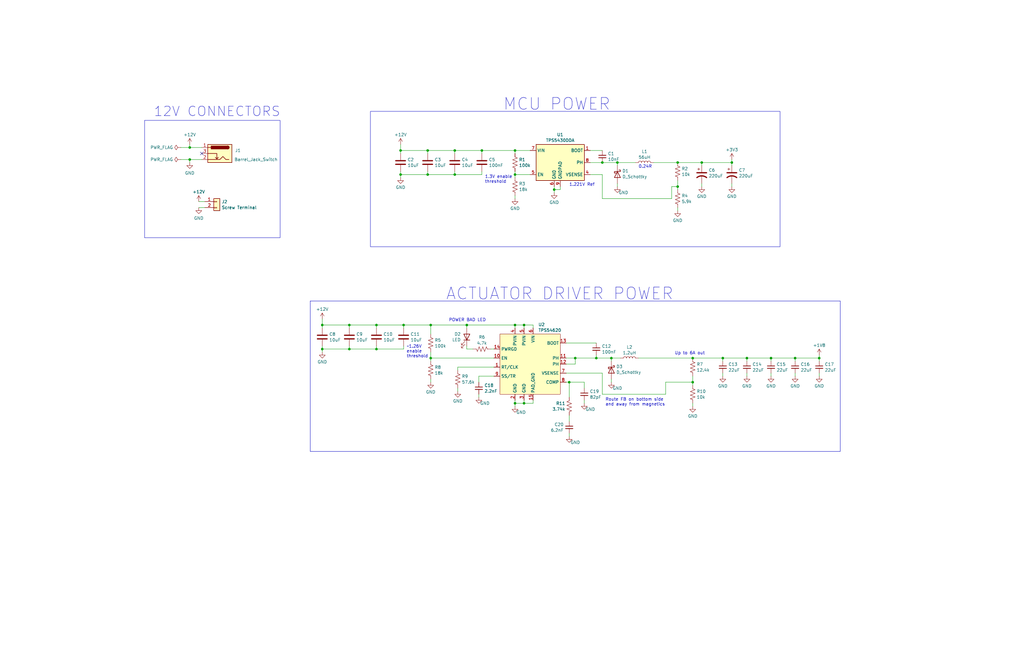
<source format=kicad_sch>
(kicad_sch (version 20230121) (generator eeschema)

  (uuid 1ea38f07-c7fb-4f27-ae4e-62b9fe9c1170)

  (paper "B")

  (title_block
    (rev "1")
    (company "UC Observatories")
  )

  (lib_symbols
    (symbol "Connector:Barrel_Jack_Switch" (pin_names hide) (in_bom yes) (on_board yes)
      (property "Reference" "J" (at 0 5.334 0)
        (effects (font (size 1.27 1.27)))
      )
      (property "Value" "Barrel_Jack_Switch" (at 0 -5.08 0)
        (effects (font (size 1.27 1.27)))
      )
      (property "Footprint" "" (at 1.27 -1.016 0)
        (effects (font (size 1.27 1.27)) hide)
      )
      (property "Datasheet" "~" (at 1.27 -1.016 0)
        (effects (font (size 1.27 1.27)) hide)
      )
      (property "ki_keywords" "DC power barrel jack connector" (at 0 0 0)
        (effects (font (size 1.27 1.27)) hide)
      )
      (property "ki_description" "DC Barrel Jack with an internal switch" (at 0 0 0)
        (effects (font (size 1.27 1.27)) hide)
      )
      (property "ki_fp_filters" "BarrelJack*" (at 0 0 0)
        (effects (font (size 1.27 1.27)) hide)
      )
      (symbol "Barrel_Jack_Switch_0_1"
        (rectangle (start -5.08 3.81) (end 5.08 -3.81)
          (stroke (width 0.254) (type default))
          (fill (type background))
        )
        (arc (start -3.302 3.175) (mid -3.9343 2.54) (end -3.302 1.905)
          (stroke (width 0.254) (type default))
          (fill (type none))
        )
        (arc (start -3.302 3.175) (mid -3.9343 2.54) (end -3.302 1.905)
          (stroke (width 0.254) (type default))
          (fill (type outline))
        )
        (polyline
          (pts
            (xy 1.27 -2.286)
            (xy 1.905 -1.651)
          )
          (stroke (width 0.254) (type default))
          (fill (type none))
        )
        (polyline
          (pts
            (xy 5.08 2.54)
            (xy 3.81 2.54)
          )
          (stroke (width 0.254) (type default))
          (fill (type none))
        )
        (polyline
          (pts
            (xy 5.08 0)
            (xy 1.27 0)
            (xy 1.27 -2.286)
            (xy 0.635 -1.651)
          )
          (stroke (width 0.254) (type default))
          (fill (type none))
        )
        (polyline
          (pts
            (xy -3.81 -2.54)
            (xy -2.54 -2.54)
            (xy -1.27 -1.27)
            (xy 0 -2.54)
            (xy 2.54 -2.54)
            (xy 5.08 -2.54)
          )
          (stroke (width 0.254) (type default))
          (fill (type none))
        )
        (rectangle (start 3.683 3.175) (end -3.302 1.905)
          (stroke (width 0.254) (type default))
          (fill (type outline))
        )
      )
      (symbol "Barrel_Jack_Switch_1_1"
        (pin passive line (at 7.62 2.54 180) (length 2.54)
          (name "~" (effects (font (size 1.27 1.27))))
          (number "1" (effects (font (size 1.27 1.27))))
        )
        (pin passive line (at 7.62 -2.54 180) (length 2.54)
          (name "~" (effects (font (size 1.27 1.27))))
          (number "2" (effects (font (size 1.27 1.27))))
        )
        (pin passive line (at 7.62 0 180) (length 2.54)
          (name "~" (effects (font (size 1.27 1.27))))
          (number "3" (effects (font (size 1.27 1.27))))
        )
      )
    )
    (symbol "Connector_Generic:Conn_01x02" (pin_names (offset 1.016) hide) (in_bom yes) (on_board yes)
      (property "Reference" "J" (at 0 2.54 0)
        (effects (font (size 1.27 1.27)))
      )
      (property "Value" "Conn_01x02" (at 0 -5.08 0)
        (effects (font (size 1.27 1.27)))
      )
      (property "Footprint" "" (at 0 0 0)
        (effects (font (size 1.27 1.27)) hide)
      )
      (property "Datasheet" "~" (at 0 0 0)
        (effects (font (size 1.27 1.27)) hide)
      )
      (property "ki_keywords" "connector" (at 0 0 0)
        (effects (font (size 1.27 1.27)) hide)
      )
      (property "ki_description" "Generic connector, single row, 01x02, script generated (kicad-library-utils/schlib/autogen/connector/)" (at 0 0 0)
        (effects (font (size 1.27 1.27)) hide)
      )
      (property "ki_fp_filters" "Connector*:*_1x??_*" (at 0 0 0)
        (effects (font (size 1.27 1.27)) hide)
      )
      (symbol "Conn_01x02_1_1"
        (rectangle (start -1.27 -2.413) (end 0 -2.667)
          (stroke (width 0.1524) (type default))
          (fill (type none))
        )
        (rectangle (start -1.27 0.127) (end 0 -0.127)
          (stroke (width 0.1524) (type default))
          (fill (type none))
        )
        (rectangle (start -1.27 1.27) (end 1.27 -3.81)
          (stroke (width 0.254) (type default))
          (fill (type background))
        )
        (pin passive line (at -5.08 0 0) (length 3.81)
          (name "Pin_1" (effects (font (size 1.27 1.27))))
          (number "1" (effects (font (size 1.27 1.27))))
        )
        (pin passive line (at -5.08 -2.54 0) (length 3.81)
          (name "Pin_2" (effects (font (size 1.27 1.27))))
          (number "2" (effects (font (size 1.27 1.27))))
        )
      )
    )
    (symbol "Device:C" (pin_numbers hide) (pin_names (offset 0.254)) (in_bom yes) (on_board yes)
      (property "Reference" "C" (at 0.635 2.54 0)
        (effects (font (size 1.27 1.27)) (justify left))
      )
      (property "Value" "C" (at 0.635 -2.54 0)
        (effects (font (size 1.27 1.27)) (justify left))
      )
      (property "Footprint" "" (at 0.9652 -3.81 0)
        (effects (font (size 1.27 1.27)) hide)
      )
      (property "Datasheet" "~" (at 0 0 0)
        (effects (font (size 1.27 1.27)) hide)
      )
      (property "ki_keywords" "cap capacitor" (at 0 0 0)
        (effects (font (size 1.27 1.27)) hide)
      )
      (property "ki_description" "Unpolarized capacitor" (at 0 0 0)
        (effects (font (size 1.27 1.27)) hide)
      )
      (property "ki_fp_filters" "C_*" (at 0 0 0)
        (effects (font (size 1.27 1.27)) hide)
      )
      (symbol "C_0_1"
        (polyline
          (pts
            (xy -2.032 -0.762)
            (xy 2.032 -0.762)
          )
          (stroke (width 0.508) (type default))
          (fill (type none))
        )
        (polyline
          (pts
            (xy -2.032 0.762)
            (xy 2.032 0.762)
          )
          (stroke (width 0.508) (type default))
          (fill (type none))
        )
      )
      (symbol "C_1_1"
        (pin passive line (at 0 3.81 270) (length 2.794)
          (name "~" (effects (font (size 1.27 1.27))))
          (number "1" (effects (font (size 1.27 1.27))))
        )
        (pin passive line (at 0 -3.81 90) (length 2.794)
          (name "~" (effects (font (size 1.27 1.27))))
          (number "2" (effects (font (size 1.27 1.27))))
        )
      )
    )
    (symbol "Device:C_Polarized_US" (pin_numbers hide) (pin_names (offset 0.254) hide) (in_bom yes) (on_board yes)
      (property "Reference" "C" (at 0.635 2.54 0)
        (effects (font (size 1.27 1.27)) (justify left))
      )
      (property "Value" "C_Polarized_US" (at 0.635 -2.54 0)
        (effects (font (size 1.27 1.27)) (justify left))
      )
      (property "Footprint" "" (at 0 0 0)
        (effects (font (size 1.27 1.27)) hide)
      )
      (property "Datasheet" "~" (at 0 0 0)
        (effects (font (size 1.27 1.27)) hide)
      )
      (property "ki_keywords" "cap capacitor" (at 0 0 0)
        (effects (font (size 1.27 1.27)) hide)
      )
      (property "ki_description" "Polarized capacitor, US symbol" (at 0 0 0)
        (effects (font (size 1.27 1.27)) hide)
      )
      (property "ki_fp_filters" "CP_*" (at 0 0 0)
        (effects (font (size 1.27 1.27)) hide)
      )
      (symbol "C_Polarized_US_0_1"
        (polyline
          (pts
            (xy -2.032 0.762)
            (xy 2.032 0.762)
          )
          (stroke (width 0.508) (type default))
          (fill (type none))
        )
        (polyline
          (pts
            (xy -1.778 2.286)
            (xy -0.762 2.286)
          )
          (stroke (width 0) (type default))
          (fill (type none))
        )
        (polyline
          (pts
            (xy -1.27 1.778)
            (xy -1.27 2.794)
          )
          (stroke (width 0) (type default))
          (fill (type none))
        )
        (arc (start 2.032 -1.27) (mid 0 -0.5572) (end -2.032 -1.27)
          (stroke (width 0.508) (type default))
          (fill (type none))
        )
      )
      (symbol "C_Polarized_US_1_1"
        (pin passive line (at 0 3.81 270) (length 2.794)
          (name "~" (effects (font (size 1.27 1.27))))
          (number "1" (effects (font (size 1.27 1.27))))
        )
        (pin passive line (at 0 -3.81 90) (length 3.302)
          (name "~" (effects (font (size 1.27 1.27))))
          (number "2" (effects (font (size 1.27 1.27))))
        )
      )
    )
    (symbol "Device:C_Small" (pin_numbers hide) (pin_names (offset 0.254) hide) (in_bom yes) (on_board yes)
      (property "Reference" "C" (at 0.254 1.778 0)
        (effects (font (size 1.27 1.27)) (justify left))
      )
      (property "Value" "C_Small" (at 0.254 -2.032 0)
        (effects (font (size 1.27 1.27)) (justify left))
      )
      (property "Footprint" "" (at 0 0 0)
        (effects (font (size 1.27 1.27)) hide)
      )
      (property "Datasheet" "~" (at 0 0 0)
        (effects (font (size 1.27 1.27)) hide)
      )
      (property "ki_keywords" "capacitor cap" (at 0 0 0)
        (effects (font (size 1.27 1.27)) hide)
      )
      (property "ki_description" "Unpolarized capacitor, small symbol" (at 0 0 0)
        (effects (font (size 1.27 1.27)) hide)
      )
      (property "ki_fp_filters" "C_*" (at 0 0 0)
        (effects (font (size 1.27 1.27)) hide)
      )
      (symbol "C_Small_0_1"
        (polyline
          (pts
            (xy -1.524 -0.508)
            (xy 1.524 -0.508)
          )
          (stroke (width 0.3302) (type default))
          (fill (type none))
        )
        (polyline
          (pts
            (xy -1.524 0.508)
            (xy 1.524 0.508)
          )
          (stroke (width 0.3048) (type default))
          (fill (type none))
        )
      )
      (symbol "C_Small_1_1"
        (pin passive line (at 0 2.54 270) (length 2.032)
          (name "~" (effects (font (size 1.27 1.27))))
          (number "1" (effects (font (size 1.27 1.27))))
        )
        (pin passive line (at 0 -2.54 90) (length 2.032)
          (name "~" (effects (font (size 1.27 1.27))))
          (number "2" (effects (font (size 1.27 1.27))))
        )
      )
    )
    (symbol "Device:D_Schottky" (pin_numbers hide) (pin_names (offset 1.016) hide) (in_bom yes) (on_board yes)
      (property "Reference" "D" (at 0 2.54 0)
        (effects (font (size 1.27 1.27)))
      )
      (property "Value" "D_Schottky" (at 0 -2.54 0)
        (effects (font (size 1.27 1.27)))
      )
      (property "Footprint" "" (at 0 0 0)
        (effects (font (size 1.27 1.27)) hide)
      )
      (property "Datasheet" "~" (at 0 0 0)
        (effects (font (size 1.27 1.27)) hide)
      )
      (property "ki_keywords" "diode Schottky" (at 0 0 0)
        (effects (font (size 1.27 1.27)) hide)
      )
      (property "ki_description" "Schottky diode" (at 0 0 0)
        (effects (font (size 1.27 1.27)) hide)
      )
      (property "ki_fp_filters" "TO-???* *_Diode_* *SingleDiode* D_*" (at 0 0 0)
        (effects (font (size 1.27 1.27)) hide)
      )
      (symbol "D_Schottky_0_1"
        (polyline
          (pts
            (xy 1.27 0)
            (xy -1.27 0)
          )
          (stroke (width 0) (type default))
          (fill (type none))
        )
        (polyline
          (pts
            (xy 1.27 1.27)
            (xy 1.27 -1.27)
            (xy -1.27 0)
            (xy 1.27 1.27)
          )
          (stroke (width 0.254) (type default))
          (fill (type none))
        )
        (polyline
          (pts
            (xy -1.905 0.635)
            (xy -1.905 1.27)
            (xy -1.27 1.27)
            (xy -1.27 -1.27)
            (xy -0.635 -1.27)
            (xy -0.635 -0.635)
          )
          (stroke (width 0.254) (type default))
          (fill (type none))
        )
      )
      (symbol "D_Schottky_1_1"
        (pin passive line (at -3.81 0 0) (length 2.54)
          (name "K" (effects (font (size 1.27 1.27))))
          (number "1" (effects (font (size 1.27 1.27))))
        )
        (pin passive line (at 3.81 0 180) (length 2.54)
          (name "A" (effects (font (size 1.27 1.27))))
          (number "2" (effects (font (size 1.27 1.27))))
        )
      )
    )
    (symbol "Device:L" (pin_numbers hide) (pin_names (offset 1.016) hide) (in_bom yes) (on_board yes)
      (property "Reference" "L" (at -1.27 0 90)
        (effects (font (size 1.27 1.27)))
      )
      (property "Value" "L" (at 1.905 0 90)
        (effects (font (size 1.27 1.27)))
      )
      (property "Footprint" "" (at 0 0 0)
        (effects (font (size 1.27 1.27)) hide)
      )
      (property "Datasheet" "~" (at 0 0 0)
        (effects (font (size 1.27 1.27)) hide)
      )
      (property "ki_keywords" "inductor choke coil reactor magnetic" (at 0 0 0)
        (effects (font (size 1.27 1.27)) hide)
      )
      (property "ki_description" "Inductor" (at 0 0 0)
        (effects (font (size 1.27 1.27)) hide)
      )
      (property "ki_fp_filters" "Choke_* *Coil* Inductor_* L_*" (at 0 0 0)
        (effects (font (size 1.27 1.27)) hide)
      )
      (symbol "L_0_1"
        (arc (start 0 -2.54) (mid 0.6323 -1.905) (end 0 -1.27)
          (stroke (width 0) (type default))
          (fill (type none))
        )
        (arc (start 0 -1.27) (mid 0.6323 -0.635) (end 0 0)
          (stroke (width 0) (type default))
          (fill (type none))
        )
        (arc (start 0 0) (mid 0.6323 0.635) (end 0 1.27)
          (stroke (width 0) (type default))
          (fill (type none))
        )
        (arc (start 0 1.27) (mid 0.6323 1.905) (end 0 2.54)
          (stroke (width 0) (type default))
          (fill (type none))
        )
      )
      (symbol "L_1_1"
        (pin passive line (at 0 3.81 270) (length 1.27)
          (name "1" (effects (font (size 1.27 1.27))))
          (number "1" (effects (font (size 1.27 1.27))))
        )
        (pin passive line (at 0 -3.81 90) (length 1.27)
          (name "2" (effects (font (size 1.27 1.27))))
          (number "2" (effects (font (size 1.27 1.27))))
        )
      )
    )
    (symbol "Device:LED" (pin_numbers hide) (pin_names (offset 1.016) hide) (in_bom yes) (on_board yes)
      (property "Reference" "D" (at 0 2.54 0)
        (effects (font (size 1.27 1.27)))
      )
      (property "Value" "LED" (at 0 -2.54 0)
        (effects (font (size 1.27 1.27)))
      )
      (property "Footprint" "" (at 0 0 0)
        (effects (font (size 1.27 1.27)) hide)
      )
      (property "Datasheet" "~" (at 0 0 0)
        (effects (font (size 1.27 1.27)) hide)
      )
      (property "ki_keywords" "LED diode" (at 0 0 0)
        (effects (font (size 1.27 1.27)) hide)
      )
      (property "ki_description" "Light emitting diode" (at 0 0 0)
        (effects (font (size 1.27 1.27)) hide)
      )
      (property "ki_fp_filters" "LED* LED_SMD:* LED_THT:*" (at 0 0 0)
        (effects (font (size 1.27 1.27)) hide)
      )
      (symbol "LED_0_1"
        (polyline
          (pts
            (xy -1.27 -1.27)
            (xy -1.27 1.27)
          )
          (stroke (width 0.254) (type default))
          (fill (type none))
        )
        (polyline
          (pts
            (xy -1.27 0)
            (xy 1.27 0)
          )
          (stroke (width 0) (type default))
          (fill (type none))
        )
        (polyline
          (pts
            (xy 1.27 -1.27)
            (xy 1.27 1.27)
            (xy -1.27 0)
            (xy 1.27 -1.27)
          )
          (stroke (width 0.254) (type default))
          (fill (type none))
        )
        (polyline
          (pts
            (xy -3.048 -0.762)
            (xy -4.572 -2.286)
            (xy -3.81 -2.286)
            (xy -4.572 -2.286)
            (xy -4.572 -1.524)
          )
          (stroke (width 0) (type default))
          (fill (type none))
        )
        (polyline
          (pts
            (xy -1.778 -0.762)
            (xy -3.302 -2.286)
            (xy -2.54 -2.286)
            (xy -3.302 -2.286)
            (xy -3.302 -1.524)
          )
          (stroke (width 0) (type default))
          (fill (type none))
        )
      )
      (symbol "LED_1_1"
        (pin passive line (at -3.81 0 0) (length 2.54)
          (name "K" (effects (font (size 1.27 1.27))))
          (number "1" (effects (font (size 1.27 1.27))))
        )
        (pin passive line (at 3.81 0 180) (length 2.54)
          (name "A" (effects (font (size 1.27 1.27))))
          (number "2" (effects (font (size 1.27 1.27))))
        )
      )
    )
    (symbol "Device:R_US" (pin_numbers hide) (pin_names (offset 0)) (in_bom yes) (on_board yes)
      (property "Reference" "R" (at 2.54 0 90)
        (effects (font (size 1.27 1.27)))
      )
      (property "Value" "R_US" (at -2.54 0 90)
        (effects (font (size 1.27 1.27)))
      )
      (property "Footprint" "" (at 1.016 -0.254 90)
        (effects (font (size 1.27 1.27)) hide)
      )
      (property "Datasheet" "~" (at 0 0 0)
        (effects (font (size 1.27 1.27)) hide)
      )
      (property "ki_keywords" "R res resistor" (at 0 0 0)
        (effects (font (size 1.27 1.27)) hide)
      )
      (property "ki_description" "Resistor, US symbol" (at 0 0 0)
        (effects (font (size 1.27 1.27)) hide)
      )
      (property "ki_fp_filters" "R_*" (at 0 0 0)
        (effects (font (size 1.27 1.27)) hide)
      )
      (symbol "R_US_0_1"
        (polyline
          (pts
            (xy 0 -2.286)
            (xy 0 -2.54)
          )
          (stroke (width 0) (type default))
          (fill (type none))
        )
        (polyline
          (pts
            (xy 0 2.286)
            (xy 0 2.54)
          )
          (stroke (width 0) (type default))
          (fill (type none))
        )
        (polyline
          (pts
            (xy 0 -0.762)
            (xy 1.016 -1.143)
            (xy 0 -1.524)
            (xy -1.016 -1.905)
            (xy 0 -2.286)
          )
          (stroke (width 0) (type default))
          (fill (type none))
        )
        (polyline
          (pts
            (xy 0 0.762)
            (xy 1.016 0.381)
            (xy 0 0)
            (xy -1.016 -0.381)
            (xy 0 -0.762)
          )
          (stroke (width 0) (type default))
          (fill (type none))
        )
        (polyline
          (pts
            (xy 0 2.286)
            (xy 1.016 1.905)
            (xy 0 1.524)
            (xy -1.016 1.143)
            (xy 0 0.762)
          )
          (stroke (width 0) (type default))
          (fill (type none))
        )
      )
      (symbol "R_US_1_1"
        (pin passive line (at 0 3.81 270) (length 1.27)
          (name "~" (effects (font (size 1.27 1.27))))
          (number "1" (effects (font (size 1.27 1.27))))
        )
        (pin passive line (at 0 -3.81 90) (length 1.27)
          (name "~" (effects (font (size 1.27 1.27))))
          (number "2" (effects (font (size 1.27 1.27))))
        )
      )
    )
    (symbol "Regulator_Switching:TPS5430DDA" (in_bom yes) (on_board yes)
      (property "Reference" "U" (at -10.16 8.89 0)
        (effects (font (size 1.27 1.27)) (justify left))
      )
      (property "Value" "TPS5430DDA" (at -1.27 8.89 0)
        (effects (font (size 1.27 1.27)) (justify left))
      )
      (property "Footprint" "Package_SO:TI_SO-PowerPAD-8_ThermalVias" (at 1.27 -8.89 0)
        (effects (font (size 1.27 1.27) italic) (justify left) hide)
      )
      (property "Datasheet" "http://www.ti.com/lit/ds/symlink/tps5430.pdf" (at 0 0 0)
        (effects (font (size 1.27 1.27)) hide)
      )
      (property "ki_keywords" "Step-Down DC-DC Switching Regulator" (at 0 0 0)
        (effects (font (size 1.27 1.27)) hide)
      )
      (property "ki_description" "3A, Step Down Swift Converter, Adjustable Output Voltage, 5.5-36V Input Voltage, PowerSO-8" (at 0 0 0)
        (effects (font (size 1.27 1.27)) hide)
      )
      (property "ki_fp_filters" "TI*SO*PowerPAD*ThermalVias*" (at 0 0 0)
        (effects (font (size 1.27 1.27)) hide)
      )
      (symbol "TPS5430DDA_0_1"
        (rectangle (start -10.16 7.62) (end 10.16 -7.62)
          (stroke (width 0.254) (type default))
          (fill (type background))
        )
      )
      (symbol "TPS5430DDA_1_1"
        (pin input line (at 12.7 5.08 180) (length 2.54)
          (name "BOOT" (effects (font (size 1.27 1.27))))
          (number "1" (effects (font (size 1.27 1.27))))
        )
        (pin no_connect line (at -10.16 2.54 0) (length 2.54) hide
          (name "NC" (effects (font (size 1.27 1.27))))
          (number "2" (effects (font (size 1.27 1.27))))
        )
        (pin no_connect line (at -10.16 -2.54 0) (length 2.54) hide
          (name "NC" (effects (font (size 1.27 1.27))))
          (number "3" (effects (font (size 1.27 1.27))))
        )
        (pin input line (at 12.7 -5.08 180) (length 2.54)
          (name "VSENSE" (effects (font (size 1.27 1.27))))
          (number "4" (effects (font (size 1.27 1.27))))
        )
        (pin input line (at -12.7 -5.08 0) (length 2.54)
          (name "EN" (effects (font (size 1.27 1.27))))
          (number "5" (effects (font (size 1.27 1.27))))
        )
        (pin power_in line (at -2.54 -10.16 90) (length 2.54)
          (name "GND" (effects (font (size 1.27 1.27))))
          (number "6" (effects (font (size 1.27 1.27))))
        )
        (pin power_in line (at -12.7 5.08 0) (length 2.54)
          (name "VIN" (effects (font (size 1.27 1.27))))
          (number "7" (effects (font (size 1.27 1.27))))
        )
        (pin output line (at 12.7 0 180) (length 2.54)
          (name "PH" (effects (font (size 1.27 1.27))))
          (number "8" (effects (font (size 1.27 1.27))))
        )
        (pin power_in line (at 0 -10.16 90) (length 2.54)
          (name "GNDPAD" (effects (font (size 1.27 1.27))))
          (number "9" (effects (font (size 1.27 1.27))))
        )
      )
    )
    (symbol "components_2:TPS54620_" (in_bom yes) (on_board yes)
      (property "Reference" "U" (at -16.51 29.21 0)
        (effects (font (size 1.27 1.27)))
      )
      (property "Value" "TPS54620" (at -12.7 26.67 0)
        (effects (font (size 1.27 1.27)))
      )
      (property "Footprint" "" (at 0 0 0)
        (effects (font (size 1.27 1.27)) hide)
      )
      (property "Datasheet" "" (at 0 0 0)
        (effects (font (size 1.27 1.27)) hide)
      )
      (symbol "TPS54620__1_0"
        (pin input line (at -12.7 8.89 0) (length 2.54)
          (name "EN" (effects (font (size 1.27 1.27))))
          (number "10" (effects (font (size 1.27 1.27))))
        )
        (pin input line (at 17.78 8.89 180) (length 2.54)
          (name "PH" (effects (font (size 1.27 1.27))))
          (number "11" (effects (font (size 1.27 1.27))))
        )
        (pin input line (at 17.78 6.35 180) (length 2.54)
          (name "PH" (effects (font (size 1.27 1.27))))
          (number "12" (effects (font (size 1.27 1.27))))
        )
        (pin input line (at 17.78 15.24 180) (length 2.54)
          (name "BOOT" (effects (font (size 1.27 1.27))))
          (number "13" (effects (font (size 1.27 1.27))))
        )
        (pin input line (at -12.7 12.7 0) (length 2.54)
          (name "PWRGD" (effects (font (size 1.27 1.27))))
          (number "14" (effects (font (size 1.27 1.27))))
        )
        (pin input line (at 3.81 -8.89 90) (length 2.54)
          (name "PAD_GND" (effects (font (size 1.27 1.27))))
          (number "15" (effects (font (size 1.27 1.27))))
        )
        (pin input line (at 17.78 2.54 180) (length 2.54)
          (name "VSENSE" (effects (font (size 1.27 1.27))))
          (number "7" (effects (font (size 1.27 1.27))))
        )
        (pin input line (at 17.78 -1.27 180) (length 2.54)
          (name "COMP" (effects (font (size 1.27 1.27))))
          (number "8" (effects (font (size 1.27 1.27))))
        )
        (pin input line (at -12.7 1.27 0) (length 2.54)
          (name "SS/TR" (effects (font (size 1.27 1.27))))
          (number "9" (effects (font (size 1.27 1.27))))
        )
      )
      (symbol "TPS54620__1_1"
        (rectangle (start -10.16 19.05) (end 15.24 -6.35)
          (stroke (width 0) (type default))
          (fill (type background))
        )
        (pin input line (at -12.7 5.08 0) (length 2.54)
          (name "RT/CLK" (effects (font (size 1.27 1.27))))
          (number "1" (effects (font (size 1.27 1.27))))
        )
        (pin input line (at -3.81 -8.89 90) (length 2.54)
          (name "GND" (effects (font (size 1.27 1.27))))
          (number "2" (effects (font (size 1.27 1.27))))
        )
        (pin input line (at 0 -8.89 90) (length 2.54)
          (name "GND" (effects (font (size 1.27 1.27))))
          (number "3" (effects (font (size 1.27 1.27))))
        )
        (pin input line (at -3.81 21.59 270) (length 2.54)
          (name "PVIN" (effects (font (size 1.27 1.27))))
          (number "4" (effects (font (size 1.27 1.27))))
        )
        (pin input line (at 0 21.59 270) (length 2.54)
          (name "PVIN" (effects (font (size 1.27 1.27))))
          (number "5" (effects (font (size 1.27 1.27))))
        )
        (pin input line (at 3.81 21.59 270) (length 2.54)
          (name "VIN" (effects (font (size 1.27 1.27))))
          (number "6" (effects (font (size 1.27 1.27))))
        )
      )
    )
    (symbol "power:+12V" (power) (pin_names (offset 0)) (in_bom yes) (on_board yes)
      (property "Reference" "#PWR" (at 0 -3.81 0)
        (effects (font (size 1.27 1.27)) hide)
      )
      (property "Value" "+12V" (at 0 3.556 0)
        (effects (font (size 1.27 1.27)))
      )
      (property "Footprint" "" (at 0 0 0)
        (effects (font (size 1.27 1.27)) hide)
      )
      (property "Datasheet" "" (at 0 0 0)
        (effects (font (size 1.27 1.27)) hide)
      )
      (property "ki_keywords" "global power" (at 0 0 0)
        (effects (font (size 1.27 1.27)) hide)
      )
      (property "ki_description" "Power symbol creates a global label with name \"+12V\"" (at 0 0 0)
        (effects (font (size 1.27 1.27)) hide)
      )
      (symbol "+12V_0_1"
        (polyline
          (pts
            (xy -0.762 1.27)
            (xy 0 2.54)
          )
          (stroke (width 0) (type default))
          (fill (type none))
        )
        (polyline
          (pts
            (xy 0 0)
            (xy 0 2.54)
          )
          (stroke (width 0) (type default))
          (fill (type none))
        )
        (polyline
          (pts
            (xy 0 2.54)
            (xy 0.762 1.27)
          )
          (stroke (width 0) (type default))
          (fill (type none))
        )
      )
      (symbol "+12V_1_1"
        (pin power_in line (at 0 0 90) (length 0) hide
          (name "+12V" (effects (font (size 1.27 1.27))))
          (number "1" (effects (font (size 1.27 1.27))))
        )
      )
    )
    (symbol "power:+1V8" (power) (pin_names (offset 0)) (in_bom yes) (on_board yes)
      (property "Reference" "#PWR" (at 0 -3.81 0)
        (effects (font (size 1.27 1.27)) hide)
      )
      (property "Value" "+1V8" (at 0 3.556 0)
        (effects (font (size 1.27 1.27)))
      )
      (property "Footprint" "" (at 0 0 0)
        (effects (font (size 1.27 1.27)) hide)
      )
      (property "Datasheet" "" (at 0 0 0)
        (effects (font (size 1.27 1.27)) hide)
      )
      (property "ki_keywords" "global power" (at 0 0 0)
        (effects (font (size 1.27 1.27)) hide)
      )
      (property "ki_description" "Power symbol creates a global label with name \"+1V8\"" (at 0 0 0)
        (effects (font (size 1.27 1.27)) hide)
      )
      (symbol "+1V8_0_1"
        (polyline
          (pts
            (xy -0.762 1.27)
            (xy 0 2.54)
          )
          (stroke (width 0) (type default))
          (fill (type none))
        )
        (polyline
          (pts
            (xy 0 0)
            (xy 0 2.54)
          )
          (stroke (width 0) (type default))
          (fill (type none))
        )
        (polyline
          (pts
            (xy 0 2.54)
            (xy 0.762 1.27)
          )
          (stroke (width 0) (type default))
          (fill (type none))
        )
      )
      (symbol "+1V8_1_1"
        (pin power_in line (at 0 0 90) (length 0) hide
          (name "+1V8" (effects (font (size 1.27 1.27))))
          (number "1" (effects (font (size 1.27 1.27))))
        )
      )
    )
    (symbol "power:+3V3" (power) (pin_names (offset 0)) (in_bom yes) (on_board yes)
      (property "Reference" "#PWR" (at 0 -3.81 0)
        (effects (font (size 1.27 1.27)) hide)
      )
      (property "Value" "+3V3" (at 0 3.556 0)
        (effects (font (size 1.27 1.27)))
      )
      (property "Footprint" "" (at 0 0 0)
        (effects (font (size 1.27 1.27)) hide)
      )
      (property "Datasheet" "" (at 0 0 0)
        (effects (font (size 1.27 1.27)) hide)
      )
      (property "ki_keywords" "global power" (at 0 0 0)
        (effects (font (size 1.27 1.27)) hide)
      )
      (property "ki_description" "Power symbol creates a global label with name \"+3V3\"" (at 0 0 0)
        (effects (font (size 1.27 1.27)) hide)
      )
      (symbol "+3V3_0_1"
        (polyline
          (pts
            (xy -0.762 1.27)
            (xy 0 2.54)
          )
          (stroke (width 0) (type default))
          (fill (type none))
        )
        (polyline
          (pts
            (xy 0 0)
            (xy 0 2.54)
          )
          (stroke (width 0) (type default))
          (fill (type none))
        )
        (polyline
          (pts
            (xy 0 2.54)
            (xy 0.762 1.27)
          )
          (stroke (width 0) (type default))
          (fill (type none))
        )
      )
      (symbol "+3V3_1_1"
        (pin power_in line (at 0 0 90) (length 0) hide
          (name "+3V3" (effects (font (size 1.27 1.27))))
          (number "1" (effects (font (size 1.27 1.27))))
        )
      )
    )
    (symbol "power:GND" (power) (pin_names (offset 0)) (in_bom yes) (on_board yes)
      (property "Reference" "#PWR" (at 0 -6.35 0)
        (effects (font (size 1.27 1.27)) hide)
      )
      (property "Value" "GND" (at 0 -3.81 0)
        (effects (font (size 1.27 1.27)))
      )
      (property "Footprint" "" (at 0 0 0)
        (effects (font (size 1.27 1.27)) hide)
      )
      (property "Datasheet" "" (at 0 0 0)
        (effects (font (size 1.27 1.27)) hide)
      )
      (property "ki_keywords" "global power" (at 0 0 0)
        (effects (font (size 1.27 1.27)) hide)
      )
      (property "ki_description" "Power symbol creates a global label with name \"GND\" , ground" (at 0 0 0)
        (effects (font (size 1.27 1.27)) hide)
      )
      (symbol "GND_0_1"
        (polyline
          (pts
            (xy 0 0)
            (xy 0 -1.27)
            (xy 1.27 -1.27)
            (xy 0 -2.54)
            (xy -1.27 -1.27)
            (xy 0 -1.27)
          )
          (stroke (width 0) (type default))
          (fill (type none))
        )
      )
      (symbol "GND_1_1"
        (pin power_in line (at 0 0 270) (length 0) hide
          (name "GND" (effects (font (size 1.27 1.27))))
          (number "1" (effects (font (size 1.27 1.27))))
        )
      )
    )
    (symbol "power:PWR_FLAG" (power) (pin_numbers hide) (pin_names (offset 0) hide) (in_bom yes) (on_board yes)
      (property "Reference" "#FLG" (at 0 1.905 0)
        (effects (font (size 1.27 1.27)) hide)
      )
      (property "Value" "PWR_FLAG" (at 0 3.81 0)
        (effects (font (size 1.27 1.27)))
      )
      (property "Footprint" "" (at 0 0 0)
        (effects (font (size 1.27 1.27)) hide)
      )
      (property "Datasheet" "~" (at 0 0 0)
        (effects (font (size 1.27 1.27)) hide)
      )
      (property "ki_keywords" "flag power" (at 0 0 0)
        (effects (font (size 1.27 1.27)) hide)
      )
      (property "ki_description" "Special symbol for telling ERC where power comes from" (at 0 0 0)
        (effects (font (size 1.27 1.27)) hide)
      )
      (symbol "PWR_FLAG_0_0"
        (pin power_out line (at 0 0 90) (length 0)
          (name "pwr" (effects (font (size 1.27 1.27))))
          (number "1" (effects (font (size 1.27 1.27))))
        )
      )
      (symbol "PWR_FLAG_0_1"
        (polyline
          (pts
            (xy 0 0)
            (xy 0 1.27)
            (xy -1.016 1.905)
            (xy 0 2.54)
            (xy 1.016 1.905)
            (xy 0 1.27)
          )
          (stroke (width 0) (type default))
          (fill (type none))
        )
      )
    )
  )

  (junction (at 158.75 137.16) (diameter 0) (color 0 0 0 0)
    (uuid 040796b1-8cd0-4172-baeb-028ad166f2bc)
  )
  (junction (at 191.77 73.66) (diameter 0) (color 0 0 0 0)
    (uuid 0f550396-5a08-43a4-bbba-9901bc431aac)
  )
  (junction (at 80.01 67.31) (diameter 0) (color 0 0 0 0)
    (uuid 307bc194-7d5d-468e-8a79-262f909814e8)
  )
  (junction (at 220.98 137.16) (diameter 0) (color 0 0 0 0)
    (uuid 361aff01-9ab0-4f4e-aa5b-fa243a376502)
  )
  (junction (at 292.1 151.13) (diameter 0) (color 0 0 0 0)
    (uuid 36373ff6-a1f5-46ae-8bd8-b4ace39cbb48)
  )
  (junction (at 168.91 63.5) (diameter 0) (color 0 0 0 0)
    (uuid 385693c3-b76d-4135-a4ec-0ff438973a85)
  )
  (junction (at 220.98 170.18) (diameter 0) (color 0 0 0 0)
    (uuid 405bb805-263e-4f6d-9a16-5bd1f22a7a4d)
  )
  (junction (at 217.17 73.66) (diameter 0) (color 0 0 0 0)
    (uuid 4068308a-c22b-4b34-837d-b97a1f745462)
  )
  (junction (at 233.68 80.01) (diameter 0) (color 0 0 0 0)
    (uuid 44e252ae-92e5-4323-b030-07dea902c493)
  )
  (junction (at 292.1 161.29) (diameter 0) (color 0 0 0 0)
    (uuid 45f1f6c0-7749-40ae-beff-8460dce76716)
  )
  (junction (at 181.61 151.13) (diameter 0) (color 0 0 0 0)
    (uuid 46139d85-10f1-4317-91a0-13c4598c9259)
  )
  (junction (at 251.46 151.13) (diameter 0) (color 0 0 0 0)
    (uuid 463970c1-bc49-4279-8ce2-41127cd60558)
  )
  (junction (at 240.03 161.29) (diameter 0) (color 0 0 0 0)
    (uuid 4cc98a75-5000-4d78-a0b6-d55053018bbe)
  )
  (junction (at 254 68.58) (diameter 0) (color 0 0 0 0)
    (uuid 5660918b-ff90-490c-9179-c60ee1fbdafe)
  )
  (junction (at 135.89 137.16) (diameter 0) (color 0 0 0 0)
    (uuid 56ea88b1-c18e-4ae8-866f-e52118ce06f2)
  )
  (junction (at 147.32 137.16) (diameter 0) (color 0 0 0 0)
    (uuid 61ffb1b8-5fc4-400a-9dd4-51fe2370c0d8)
  )
  (junction (at 203.2 63.5) (diameter 0) (color 0 0 0 0)
    (uuid 6ab998ad-6bd6-4c3c-bd02-d51c752fdcd4)
  )
  (junction (at 314.96 151.13) (diameter 0) (color 0 0 0 0)
    (uuid 6f485361-559d-4715-bae5-db25cd4f0a63)
  )
  (junction (at 135.89 147.32) (diameter 0) (color 0 0 0 0)
    (uuid 7864c285-56ed-4fb3-a777-f0d8525ebf33)
  )
  (junction (at 335.28 151.13) (diameter 0) (color 0 0 0 0)
    (uuid 78e5663b-f3ae-4609-bc4e-fc314482309f)
  )
  (junction (at 285.75 78.74) (diameter 0) (color 0 0 0 0)
    (uuid 79c1f683-7f21-4944-9e25-21590a862bf5)
  )
  (junction (at 170.18 137.16) (diameter 0) (color 0 0 0 0)
    (uuid 84bd36cf-0641-4e1a-ad6f-d7f01a3c15a1)
  )
  (junction (at 191.77 63.5) (diameter 0) (color 0 0 0 0)
    (uuid 910065de-e712-4289-b348-a09e406f511c)
  )
  (junction (at 285.75 68.58) (diameter 0) (color 0 0 0 0)
    (uuid 925feaeb-65b3-4341-8088-a1e771c2b685)
  )
  (junction (at 304.8 151.13) (diameter 0) (color 0 0 0 0)
    (uuid 954e43a5-3fa1-4b89-b7eb-bcf66642dbe0)
  )
  (junction (at 80.01 62.23) (diameter 0) (color 0 0 0 0)
    (uuid 95b59677-e092-4f99-9af8-20030ce488dd)
  )
  (junction (at 260.35 68.58) (diameter 0) (color 0 0 0 0)
    (uuid 9730e86c-789b-4f10-8adb-31806fdf1667)
  )
  (junction (at 181.61 137.16) (diameter 0) (color 0 0 0 0)
    (uuid 9767544f-3022-4b02-8b13-e1a14d637134)
  )
  (junction (at 180.34 63.5) (diameter 0) (color 0 0 0 0)
    (uuid a28c0b03-ccd8-4ab2-8c0f-98b5f5dcaacb)
  )
  (junction (at 217.17 170.18) (diameter 0) (color 0 0 0 0)
    (uuid b68ca82c-2e89-43c9-a7b6-87cb82752e82)
  )
  (junction (at 180.34 73.66) (diameter 0) (color 0 0 0 0)
    (uuid bca8d1da-f6ee-46dd-9559-79445d2f54bd)
  )
  (junction (at 147.32 147.32) (diameter 0) (color 0 0 0 0)
    (uuid bcf50569-3434-4975-b395-fdab7385cca3)
  )
  (junction (at 168.91 73.66) (diameter 0) (color 0 0 0 0)
    (uuid c020ba23-f82d-4b13-a7ae-e1ce37e8c6cb)
  )
  (junction (at 257.81 151.13) (diameter 0) (color 0 0 0 0)
    (uuid c5d8b82f-ffaa-438f-8588-aa2c1ba63357)
  )
  (junction (at 158.75 147.32) (diameter 0) (color 0 0 0 0)
    (uuid cf20f564-0bb7-4cc7-9fe3-13a661ee6c6d)
  )
  (junction (at 217.17 63.5) (diameter 0) (color 0 0 0 0)
    (uuid d56477ec-000b-4bd4-bb74-3a147bed51a9)
  )
  (junction (at 345.44 151.13) (diameter 0) (color 0 0 0 0)
    (uuid dae6239a-c2e9-4bc9-b720-7b96e2a2daca)
  )
  (junction (at 242.57 151.13) (diameter 0) (color 0 0 0 0)
    (uuid e6f3802c-6f45-49b6-a840-8bc240a228e0)
  )
  (junction (at 217.17 137.16) (diameter 0) (color 0 0 0 0)
    (uuid ea9fb433-b114-4850-9071-94d0f64bb7e1)
  )
  (junction (at 196.85 137.16) (diameter 0) (color 0 0 0 0)
    (uuid ee12980e-a77a-43c8-a89c-436777a5b7cd)
  )
  (junction (at 295.91 68.58) (diameter 0) (color 0 0 0 0)
    (uuid f06ded9b-de0e-4a38-b2ec-94b45f3c60c1)
  )
  (junction (at 325.12 151.13) (diameter 0) (color 0 0 0 0)
    (uuid f4ea3c65-b006-4257-85ce-9c562b18e7bf)
  )
  (junction (at 308.61 68.58) (diameter 0) (color 0 0 0 0)
    (uuid f55302b4-9a13-4805-9e57-45d62436213a)
  )

  (no_connect (at 85.09 64.77) (uuid 0da9b2a1-7810-49a4-aa17-de173068c0c3))

  (wire (pts (xy 295.91 68.58) (xy 308.61 68.58))
    (stroke (width 0) (type default))
    (uuid 02ebcf64-8b42-4399-bdfa-2a839707c62a)
  )
  (wire (pts (xy 193.04 154.94) (xy 208.28 154.94))
    (stroke (width 0) (type default))
    (uuid 038c0938-2a09-4cee-ba44-41c2bd210e5b)
  )
  (wire (pts (xy 254 166.37) (xy 280.67 166.37))
    (stroke (width 0) (type default))
    (uuid 03918c93-2ee5-4dfe-a4ef-f6a3b08ddc17)
  )
  (wire (pts (xy 240.03 175.26) (xy 240.03 177.8))
    (stroke (width 0) (type default))
    (uuid 05931af3-1b50-4f51-87f8-c8bcb0c39741)
  )
  (wire (pts (xy 201.93 158.75) (xy 208.28 158.75))
    (stroke (width 0) (type default))
    (uuid 05b7f8c6-dae6-4580-bf49-47100748208e)
  )
  (wire (pts (xy 254 157.48) (xy 254 166.37))
    (stroke (width 0) (type default))
    (uuid 0609fc75-c75d-453c-96fe-57be6ffade59)
  )
  (wire (pts (xy 181.61 151.13) (xy 208.28 151.13))
    (stroke (width 0) (type default))
    (uuid 063b3bae-cba4-40a0-89db-2b1f9e581d46)
  )
  (wire (pts (xy 325.12 151.13) (xy 335.28 151.13))
    (stroke (width 0) (type default))
    (uuid 0a02396a-fdf3-48b9-9cbe-8fdd5235c6f6)
  )
  (wire (pts (xy 295.91 77.47) (xy 295.91 78.74))
    (stroke (width 0) (type default))
    (uuid 0bbad0b0-26cf-4857-a99c-9abfec5a1c97)
  )
  (wire (pts (xy 292.1 170.18) (xy 292.1 171.45))
    (stroke (width 0) (type default))
    (uuid 0c57f8e3-f7a5-4b0c-ac2e-9e13bfecf251)
  )
  (wire (pts (xy 257.81 151.13) (xy 261.62 151.13))
    (stroke (width 0) (type default))
    (uuid 0e18fe08-89a2-4aa4-8cd0-497a3d045ee0)
  )
  (wire (pts (xy 335.28 151.13) (xy 335.28 152.4))
    (stroke (width 0) (type default))
    (uuid 0f48aced-87a4-471b-8903-623e48362f7d)
  )
  (wire (pts (xy 80.01 68.58) (xy 80.01 67.31))
    (stroke (width 0) (type default))
    (uuid 10355daf-7f6f-44a5-adda-846b302c5640)
  )
  (wire (pts (xy 85.09 67.31) (xy 80.01 67.31))
    (stroke (width 0) (type default))
    (uuid 121ffb6b-1f7e-4617-8400-414457aa4975)
  )
  (wire (pts (xy 168.91 60.96) (xy 168.91 63.5))
    (stroke (width 0) (type default))
    (uuid 1477c62a-c2a3-469a-864a-b9670f7b06b3)
  )
  (wire (pts (xy 304.8 151.13) (xy 314.96 151.13))
    (stroke (width 0) (type default))
    (uuid 1a366d7d-de2a-4bd7-ab1a-9b393198aa8c)
  )
  (wire (pts (xy 285.75 76.2) (xy 285.75 78.74))
    (stroke (width 0) (type default))
    (uuid 1ba3e969-927a-4d5c-b511-6f2a69de9b62)
  )
  (wire (pts (xy 168.91 73.66) (xy 180.34 73.66))
    (stroke (width 0) (type default))
    (uuid 1c9344be-fdf6-4861-84fa-c43501641afc)
  )
  (wire (pts (xy 251.46 151.13) (xy 257.81 151.13))
    (stroke (width 0) (type default))
    (uuid 1e0a6bcb-25b6-476a-9998-f52c9a7175c3)
  )
  (wire (pts (xy 170.18 147.32) (xy 170.18 146.05))
    (stroke (width 0) (type default))
    (uuid 1f556ed6-54df-4c32-ad4d-e1fa5f05ba77)
  )
  (wire (pts (xy 168.91 63.5) (xy 168.91 64.77))
    (stroke (width 0) (type default))
    (uuid 2006fa2d-086f-4819-afc8-e069e8161be6)
  )
  (wire (pts (xy 158.75 137.16) (xy 170.18 137.16))
    (stroke (width 0) (type default))
    (uuid 20621ac5-9c87-4a34-a04b-6e6faf976078)
  )
  (wire (pts (xy 283.21 83.82) (xy 283.21 78.74))
    (stroke (width 0) (type default))
    (uuid 21529f57-b69e-46cc-ac2e-dc986d142d01)
  )
  (wire (pts (xy 217.17 63.5) (xy 217.17 64.77))
    (stroke (width 0) (type default))
    (uuid 22ab26ad-4ea9-41a8-b88f-a8d23750565e)
  )
  (wire (pts (xy 217.17 137.16) (xy 220.98 137.16))
    (stroke (width 0) (type default))
    (uuid 240a6622-039f-4d88-af49-f596c25894be)
  )
  (wire (pts (xy 203.2 72.39) (xy 203.2 73.66))
    (stroke (width 0) (type default))
    (uuid 25333306-1cf1-4ccb-b80f-356dc5ea4749)
  )
  (wire (pts (xy 242.57 151.13) (xy 242.57 153.67))
    (stroke (width 0) (type default))
    (uuid 268d4859-18c1-4ef1-9145-69aa68b96662)
  )
  (wire (pts (xy 201.93 166.37) (xy 201.93 167.64))
    (stroke (width 0) (type default))
    (uuid 29e1fde6-45e7-4d18-8022-92b2ceccff3d)
  )
  (wire (pts (xy 242.57 151.13) (xy 251.46 151.13))
    (stroke (width 0) (type default))
    (uuid 2bb39a84-328a-4849-a22b-569c1a5bd466)
  )
  (wire (pts (xy 220.98 170.18) (xy 224.79 170.18))
    (stroke (width 0) (type default))
    (uuid 2d86d079-1c3f-456c-922a-1fe4bb0f8737)
  )
  (wire (pts (xy 181.61 137.16) (xy 196.85 137.16))
    (stroke (width 0) (type default))
    (uuid 2eba6763-7029-49f0-a853-28aed9185734)
  )
  (wire (pts (xy 76.2 62.23) (xy 80.01 62.23))
    (stroke (width 0) (type default))
    (uuid 307f5650-50f4-4ff2-9d3c-f71f10495bb2)
  )
  (wire (pts (xy 246.38 168.91) (xy 246.38 170.18))
    (stroke (width 0) (type default))
    (uuid 323a9a91-49f1-4167-b70d-70fac0eee28e)
  )
  (wire (pts (xy 180.34 63.5) (xy 191.77 63.5))
    (stroke (width 0) (type default))
    (uuid 330d20fe-d8dc-4c6a-a807-99b154a2142d)
  )
  (wire (pts (xy 254 73.66) (xy 254 83.82))
    (stroke (width 0) (type default))
    (uuid 3555eb90-f88a-46d8-abbc-7eb794a4db59)
  )
  (wire (pts (xy 292.1 151.13) (xy 304.8 151.13))
    (stroke (width 0) (type default))
    (uuid 3556ea8e-dfa8-4963-a48d-b0bc5a100113)
  )
  (wire (pts (xy 217.17 73.66) (xy 217.17 74.93))
    (stroke (width 0) (type default))
    (uuid 36b5f66b-8122-4e20-9bae-ffd1df7e283c)
  )
  (wire (pts (xy 170.18 137.16) (xy 181.61 137.16))
    (stroke (width 0) (type default))
    (uuid 371311b3-4f46-4ba8-937d-450ee6061fc4)
  )
  (wire (pts (xy 86.36 87.63) (xy 83.82 87.63))
    (stroke (width 0) (type default))
    (uuid 3ae24fd8-46b5-4628-9afb-eced096a9ae4)
  )
  (wire (pts (xy 257.81 160.02) (xy 257.81 161.29))
    (stroke (width 0) (type default))
    (uuid 3bb4b552-13df-408a-ad50-1bbb7ef25ac4)
  )
  (wire (pts (xy 254 68.58) (xy 260.35 68.58))
    (stroke (width 0) (type default))
    (uuid 3c318bb8-5289-4d30-b2f5-fc9adb61942e)
  )
  (wire (pts (xy 238.76 144.78) (xy 251.46 144.78))
    (stroke (width 0) (type default))
    (uuid 3cc9d2e7-b25d-4a52-a5e6-668a351d671b)
  )
  (wire (pts (xy 285.75 87.63) (xy 285.75 88.9))
    (stroke (width 0) (type default))
    (uuid 3d893f1f-d48e-4a6c-8505-8f72a7b423a4)
  )
  (wire (pts (xy 220.98 137.16) (xy 224.79 137.16))
    (stroke (width 0) (type default))
    (uuid 4073bddb-daa7-48e7-ba26-829912fbc84d)
  )
  (wire (pts (xy 238.76 157.48) (xy 254 157.48))
    (stroke (width 0) (type default))
    (uuid 416bec5f-3d0e-4a8e-b54e-701651c64034)
  )
  (wire (pts (xy 147.32 137.16) (xy 158.75 137.16))
    (stroke (width 0) (type default))
    (uuid 42525957-5e9d-4b12-8ee4-2500d56377a0)
  )
  (wire (pts (xy 170.18 137.16) (xy 170.18 138.43))
    (stroke (width 0) (type default))
    (uuid 43579e76-0b9f-4264-ab54-e6293f3b6167)
  )
  (wire (pts (xy 335.28 151.13) (xy 345.44 151.13))
    (stroke (width 0) (type default))
    (uuid 45d062b0-9c87-4364-8266-c0472aaac325)
  )
  (wire (pts (xy 248.92 68.58) (xy 254 68.58))
    (stroke (width 0) (type default))
    (uuid 468c8986-029c-4fec-a565-af4433e487c0)
  )
  (wire (pts (xy 260.35 68.58) (xy 260.35 69.85))
    (stroke (width 0) (type default))
    (uuid 479bde92-27b4-4c8b-9223-d129fe487031)
  )
  (wire (pts (xy 80.01 60.96) (xy 80.01 62.23))
    (stroke (width 0) (type default))
    (uuid 47de56eb-4fb8-4a86-bf3e-c68909156206)
  )
  (wire (pts (xy 314.96 157.48) (xy 314.96 158.75))
    (stroke (width 0) (type default))
    (uuid 48651927-1590-4181-b271-c5b33c05969a)
  )
  (wire (pts (xy 304.8 151.13) (xy 304.8 152.4))
    (stroke (width 0) (type default))
    (uuid 49a2e8de-ad87-4487-87f1-335c5c86ca25)
  )
  (wire (pts (xy 335.28 157.48) (xy 335.28 158.75))
    (stroke (width 0) (type default))
    (uuid 4b9af031-fdd0-4650-a96b-91173835ed2c)
  )
  (wire (pts (xy 314.96 151.13) (xy 314.96 152.4))
    (stroke (width 0) (type default))
    (uuid 4bb90ae6-b631-4881-923b-97b9fd6e77ee)
  )
  (wire (pts (xy 260.35 77.47) (xy 260.35 78.74))
    (stroke (width 0) (type default))
    (uuid 4ccef891-8792-46ae-9598-6ade311e65fc)
  )
  (wire (pts (xy 191.77 63.5) (xy 203.2 63.5))
    (stroke (width 0) (type default))
    (uuid 54fa68a8-43c2-4c8e-93c7-75a666e2866b)
  )
  (wire (pts (xy 181.61 151.13) (xy 181.61 148.59))
    (stroke (width 0) (type default))
    (uuid 56833420-c55e-4fb7-9370-0b2476274c0f)
  )
  (wire (pts (xy 196.85 147.32) (xy 199.39 147.32))
    (stroke (width 0) (type default))
    (uuid 57fcd6b9-2a23-4079-9ab1-5ed116bbfe13)
  )
  (wire (pts (xy 168.91 72.39) (xy 168.91 73.66))
    (stroke (width 0) (type default))
    (uuid 5ed23f83-587b-4ce9-912b-dcd46f26540e)
  )
  (wire (pts (xy 292.1 158.75) (xy 292.1 161.29))
    (stroke (width 0) (type default))
    (uuid 5ed9d480-fc42-4636-b38a-b7812889a014)
  )
  (wire (pts (xy 193.04 156.21) (xy 193.04 154.94))
    (stroke (width 0) (type default))
    (uuid 605f157c-3197-48dc-808a-a6555ec0085c)
  )
  (wire (pts (xy 135.89 147.32) (xy 147.32 147.32))
    (stroke (width 0) (type default))
    (uuid 62dbd73c-ff2b-4011-b3a1-d372ee7dbd0e)
  )
  (wire (pts (xy 201.93 158.75) (xy 201.93 161.29))
    (stroke (width 0) (type default))
    (uuid 640a4c7d-8953-43ae-abcf-271e6969071d)
  )
  (wire (pts (xy 345.44 157.48) (xy 345.44 158.75))
    (stroke (width 0) (type default))
    (uuid 699d598f-4725-440a-bf8f-203c89349ad8)
  )
  (wire (pts (xy 308.61 68.58) (xy 308.61 69.85))
    (stroke (width 0) (type default))
    (uuid 6be47f29-0875-466a-9446-773dea7caf87)
  )
  (wire (pts (xy 191.77 63.5) (xy 191.77 64.77))
    (stroke (width 0) (type default))
    (uuid 6ea40c70-ce4f-4f3d-bfe1-fce2ed185c06)
  )
  (wire (pts (xy 257.81 151.13) (xy 257.81 152.4))
    (stroke (width 0) (type default))
    (uuid 706046e4-d6d5-479a-94b5-10ca5fdbcabc)
  )
  (wire (pts (xy 224.79 137.16) (xy 224.79 138.43))
    (stroke (width 0) (type default))
    (uuid 70d2c1d4-3b37-4bbd-ba99-ba72adfd4002)
  )
  (wire (pts (xy 180.34 63.5) (xy 180.34 64.77))
    (stroke (width 0) (type default))
    (uuid 71c4ad8e-adce-4aa6-b4ce-55d79df29254)
  )
  (wire (pts (xy 158.75 137.16) (xy 158.75 138.43))
    (stroke (width 0) (type default))
    (uuid 729b9364-30b8-4468-ab23-31b354b3198c)
  )
  (wire (pts (xy 308.61 77.47) (xy 308.61 78.74))
    (stroke (width 0) (type default))
    (uuid 73055ec3-8ff1-456f-935a-4ad5d344293a)
  )
  (wire (pts (xy 217.17 137.16) (xy 217.17 138.43))
    (stroke (width 0) (type default))
    (uuid 741ed0ae-ea0b-4c06-b592-c2ad85f76297)
  )
  (wire (pts (xy 254 83.82) (xy 283.21 83.82))
    (stroke (width 0) (type default))
    (uuid 7511050b-0325-4d73-87db-5db568b3df72)
  )
  (wire (pts (xy 240.03 161.29) (xy 246.38 161.29))
    (stroke (width 0) (type default))
    (uuid 7a932b5a-e85d-44b2-af5f-52f8194edfdc)
  )
  (wire (pts (xy 196.85 146.05) (xy 196.85 147.32))
    (stroke (width 0) (type default))
    (uuid 7ad2b970-d15d-4840-aa75-837b1bb50f62)
  )
  (wire (pts (xy 224.79 170.18) (xy 224.79 168.91))
    (stroke (width 0) (type default))
    (uuid 7c83c81a-16c8-4e3d-ab9c-7b5f844d11c8)
  )
  (wire (pts (xy 238.76 153.67) (xy 242.57 153.67))
    (stroke (width 0) (type default))
    (uuid 7d4542ea-83be-4aa1-8380-60f35c349ea3)
  )
  (wire (pts (xy 236.22 80.01) (xy 236.22 78.74))
    (stroke (width 0) (type default))
    (uuid 7ede2de5-1fb7-40b9-ae2b-2428ff4dcd12)
  )
  (wire (pts (xy 180.34 72.39) (xy 180.34 73.66))
    (stroke (width 0) (type default))
    (uuid 83cd4d27-feea-4f9a-bd7e-d9704428ca1b)
  )
  (wire (pts (xy 233.68 80.01) (xy 233.68 81.28))
    (stroke (width 0) (type default))
    (uuid 83cd51a4-d8ec-46d7-9524-9afaf52b6306)
  )
  (wire (pts (xy 280.67 161.29) (xy 292.1 161.29))
    (stroke (width 0) (type default))
    (uuid 83db62a8-1f4a-4273-bc36-febdc5d4e88e)
  )
  (wire (pts (xy 217.17 72.39) (xy 217.17 73.66))
    (stroke (width 0) (type default))
    (uuid 8719e1b6-8e9e-44ce-9266-d36f1517c9a9)
  )
  (wire (pts (xy 168.91 73.66) (xy 168.91 74.93))
    (stroke (width 0) (type default))
    (uuid 87de99c4-2167-4b97-9e77-932f8548d8a4)
  )
  (wire (pts (xy 240.03 161.29) (xy 240.03 167.64))
    (stroke (width 0) (type default))
    (uuid 88b4ba0c-6af2-4235-a852-dca02ff5244a)
  )
  (wire (pts (xy 85.09 62.23) (xy 80.01 62.23))
    (stroke (width 0) (type default))
    (uuid 894a2abc-fbfc-4e73-b35a-0c19d4874707)
  )
  (wire (pts (xy 196.85 137.16) (xy 196.85 138.43))
    (stroke (width 0) (type default))
    (uuid 89de703e-36da-4168-80f5-7e244c310ac2)
  )
  (wire (pts (xy 269.24 151.13) (xy 292.1 151.13))
    (stroke (width 0) (type default))
    (uuid 8cffc071-d736-4b65-a0e4-83439e8b7dc9)
  )
  (wire (pts (xy 181.61 152.4) (xy 181.61 151.13))
    (stroke (width 0) (type default))
    (uuid 901e6eed-5847-4c93-9165-302de8ce3a24)
  )
  (wire (pts (xy 295.91 68.58) (xy 295.91 69.85))
    (stroke (width 0) (type default))
    (uuid 90ea6d29-320f-43dd-b6d8-ce0ed3dd5545)
  )
  (wire (pts (xy 233.68 78.74) (xy 233.68 80.01))
    (stroke (width 0) (type default))
    (uuid 91e0905e-ba61-423b-a237-ccf775810c4c)
  )
  (wire (pts (xy 240.03 184.15) (xy 240.03 182.88))
    (stroke (width 0) (type default))
    (uuid 973873d6-3013-47c6-819e-614951f60390)
  )
  (wire (pts (xy 203.2 64.77) (xy 203.2 63.5))
    (stroke (width 0) (type default))
    (uuid 9a35d7af-4c47-426d-bcfb-82907992f998)
  )
  (wire (pts (xy 275.59 68.58) (xy 285.75 68.58))
    (stroke (width 0) (type default))
    (uuid 9af3bd48-d1d3-4c28-99f7-91eb278f71bc)
  )
  (wire (pts (xy 233.68 80.01) (xy 236.22 80.01))
    (stroke (width 0) (type default))
    (uuid 9c5391bb-2d86-462b-bad6-f5f2da59e3e2)
  )
  (wire (pts (xy 158.75 147.32) (xy 158.75 146.05))
    (stroke (width 0) (type default))
    (uuid 9dae00c0-95c2-4ebc-a02b-0a347e6c9e41)
  )
  (wire (pts (xy 135.89 134.62) (xy 135.89 137.16))
    (stroke (width 0) (type default))
    (uuid a16315fa-ed88-433f-a860-0e6ea3f6f6e2)
  )
  (wire (pts (xy 217.17 83.82) (xy 217.17 82.55))
    (stroke (width 0) (type default))
    (uuid a3b380dd-3192-474f-a323-f1c2e2652f89)
  )
  (wire (pts (xy 220.98 137.16) (xy 220.98 138.43))
    (stroke (width 0) (type default))
    (uuid a4ddf582-c52f-4728-9488-9831a9f2e461)
  )
  (wire (pts (xy 76.2 67.31) (xy 80.01 67.31))
    (stroke (width 0) (type default))
    (uuid a6996fa8-1c7b-4226-8d6d-c32f505d0f4f)
  )
  (wire (pts (xy 181.61 161.29) (xy 181.61 160.02))
    (stroke (width 0) (type default))
    (uuid a908cf39-fdc3-4f47-af43-6f769d7dacfe)
  )
  (wire (pts (xy 86.36 85.09) (xy 83.82 85.09))
    (stroke (width 0) (type default))
    (uuid aa58a503-78b8-4dbd-a787-c37020d3a84f)
  )
  (wire (pts (xy 191.77 73.66) (xy 203.2 73.66))
    (stroke (width 0) (type default))
    (uuid abccbf7e-619a-4175-a7bf-7816db53b42a)
  )
  (wire (pts (xy 283.21 78.74) (xy 285.75 78.74))
    (stroke (width 0) (type default))
    (uuid adfeb36e-8640-4313-a1cc-16ebe76b84ae)
  )
  (wire (pts (xy 308.61 67.31) (xy 308.61 68.58))
    (stroke (width 0) (type default))
    (uuid ae8a9c2d-82f1-4a6b-86dd-3ed64a7a60d8)
  )
  (wire (pts (xy 191.77 72.39) (xy 191.77 73.66))
    (stroke (width 0) (type default))
    (uuid aeb5820a-c326-42c1-b142-89a825ca43be)
  )
  (wire (pts (xy 260.35 68.58) (xy 267.97 68.58))
    (stroke (width 0) (type default))
    (uuid b0c78b47-c74a-4926-86b9-e6be98f1ab5c)
  )
  (wire (pts (xy 217.17 170.18) (xy 217.17 171.45))
    (stroke (width 0) (type default))
    (uuid b2972572-5f9e-4e12-89a7-47026a7e9a93)
  )
  (wire (pts (xy 285.75 68.58) (xy 295.91 68.58))
    (stroke (width 0) (type default))
    (uuid b3661241-9a9c-4e96-9cad-02508a0ab73f)
  )
  (wire (pts (xy 285.75 78.74) (xy 285.75 80.01))
    (stroke (width 0) (type default))
    (uuid b378cc8f-6b8b-402f-b64f-30c21b3543ea)
  )
  (wire (pts (xy 248.92 63.5) (xy 254 63.5))
    (stroke (width 0) (type default))
    (uuid b4429547-9219-427c-a211-7badfec6d7a0)
  )
  (wire (pts (xy 314.96 151.13) (xy 325.12 151.13))
    (stroke (width 0) (type default))
    (uuid b47e8eca-2e46-4c11-941c-31aa55b6c163)
  )
  (wire (pts (xy 325.12 157.48) (xy 325.12 158.75))
    (stroke (width 0) (type default))
    (uuid babf40b4-ce59-43a6-91fd-9bbdd079f911)
  )
  (wire (pts (xy 246.38 161.29) (xy 246.38 163.83))
    (stroke (width 0) (type default))
    (uuid bbb85805-5ffd-4310-9ced-af4698b18e82)
  )
  (wire (pts (xy 135.89 147.32) (xy 135.89 148.59))
    (stroke (width 0) (type default))
    (uuid bca6a0d9-8356-413e-b8cc-ccd117c6a0ca)
  )
  (wire (pts (xy 345.44 149.86) (xy 345.44 151.13))
    (stroke (width 0) (type default))
    (uuid bfaea4e7-9b5b-4029-b086-3c301b31b8a9)
  )
  (wire (pts (xy 217.17 73.66) (xy 223.52 73.66))
    (stroke (width 0) (type default))
    (uuid c322f083-3663-479d-8066-5ad838834446)
  )
  (wire (pts (xy 280.67 166.37) (xy 280.67 161.29))
    (stroke (width 0) (type default))
    (uuid c4356098-4976-4006-9cc4-30eeefbfd3bb)
  )
  (wire (pts (xy 147.32 147.32) (xy 158.75 147.32))
    (stroke (width 0) (type default))
    (uuid c6c91681-360c-44e6-a66c-bc37736548cc)
  )
  (wire (pts (xy 168.91 63.5) (xy 180.34 63.5))
    (stroke (width 0) (type default))
    (uuid cb271020-b589-4f99-9c10-384db4222b37)
  )
  (wire (pts (xy 238.76 161.29) (xy 240.03 161.29))
    (stroke (width 0) (type default))
    (uuid cc060481-3f11-47b2-9eff-97f0aa47a5ef)
  )
  (wire (pts (xy 251.46 151.13) (xy 251.46 149.86))
    (stroke (width 0) (type default))
    (uuid cd6fc556-32f4-4632-b177-328e227c5f5a)
  )
  (wire (pts (xy 217.17 168.91) (xy 217.17 170.18))
    (stroke (width 0) (type default))
    (uuid ce101fbb-3b56-4525-9d31-fd259ccfd2c9)
  )
  (wire (pts (xy 292.1 161.29) (xy 292.1 162.56))
    (stroke (width 0) (type default))
    (uuid ce3563b6-5e6d-4e8c-9019-d5d3c831a593)
  )
  (wire (pts (xy 193.04 165.1) (xy 193.04 163.83))
    (stroke (width 0) (type default))
    (uuid d13c6c04-ff41-4482-be0f-ba58c1d92b68)
  )
  (wire (pts (xy 217.17 63.5) (xy 223.52 63.5))
    (stroke (width 0) (type default))
    (uuid d8aba787-9bf8-42b0-83d7-f492c8e42da9)
  )
  (wire (pts (xy 158.75 147.32) (xy 170.18 147.32))
    (stroke (width 0) (type default))
    (uuid dc139169-172a-4032-8dcf-b6143f4abb2c)
  )
  (wire (pts (xy 304.8 157.48) (xy 304.8 158.75))
    (stroke (width 0) (type default))
    (uuid dec4d8fb-89f1-46fa-8e81-37c1a75af669)
  )
  (wire (pts (xy 217.17 170.18) (xy 220.98 170.18))
    (stroke (width 0) (type default))
    (uuid e0977f06-8558-4efa-8381-269507ff52c6)
  )
  (wire (pts (xy 203.2 63.5) (xy 217.17 63.5))
    (stroke (width 0) (type default))
    (uuid e5eeddf9-9c30-446b-8e1e-4e160af4d580)
  )
  (wire (pts (xy 181.61 137.16) (xy 181.61 140.97))
    (stroke (width 0) (type default))
    (uuid e692bb10-ab9d-47da-bc91-abc6c404c607)
  )
  (wire (pts (xy 180.34 73.66) (xy 191.77 73.66))
    (stroke (width 0) (type default))
    (uuid ec933468-1ffa-401d-a449-d1f0795e57d6)
  )
  (wire (pts (xy 248.92 73.66) (xy 254 73.66))
    (stroke (width 0) (type default))
    (uuid ecece363-ec09-4f08-a3cc-e144dff44b37)
  )
  (wire (pts (xy 196.85 137.16) (xy 217.17 137.16))
    (stroke (width 0) (type default))
    (uuid ed894135-4624-4f5a-a7fd-0139160b4d93)
  )
  (wire (pts (xy 135.89 147.32) (xy 135.89 146.05))
    (stroke (width 0) (type default))
    (uuid edeb44da-6b8c-42d4-8e4e-a0dfdb49adfb)
  )
  (wire (pts (xy 147.32 147.32) (xy 147.32 146.05))
    (stroke (width 0) (type default))
    (uuid ee5cfa21-58dc-4520-96c8-a16db7acb9ce)
  )
  (wire (pts (xy 238.76 151.13) (xy 242.57 151.13))
    (stroke (width 0) (type default))
    (uuid eea098cb-4c8b-4821-a1ed-9805384af05c)
  )
  (wire (pts (xy 325.12 151.13) (xy 325.12 152.4))
    (stroke (width 0) (type default))
    (uuid f00aeefa-729e-4941-99cc-518b68e7cdde)
  )
  (wire (pts (xy 220.98 170.18) (xy 220.98 168.91))
    (stroke (width 0) (type default))
    (uuid f36a4ad5-d0f6-4a47-ae05-72f42306b583)
  )
  (wire (pts (xy 345.44 151.13) (xy 345.44 152.4))
    (stroke (width 0) (type default))
    (uuid f3f39464-e4bb-417a-9736-225704cd97f0)
  )
  (wire (pts (xy 147.32 137.16) (xy 147.32 138.43))
    (stroke (width 0) (type default))
    (uuid f6310e7e-1651-4adb-86b8-1bb210bb0f35)
  )
  (wire (pts (xy 207.01 147.32) (xy 208.28 147.32))
    (stroke (width 0) (type default))
    (uuid f69e9f92-ec85-47c5-90f7-a502780878c9)
  )
  (wire (pts (xy 135.89 137.16) (xy 147.32 137.16))
    (stroke (width 0) (type default))
    (uuid f7d60b13-fede-453b-ba20-68db1a75f370)
  )
  (wire (pts (xy 135.89 137.16) (xy 135.89 138.43))
    (stroke (width 0) (type default))
    (uuid fa10dae0-db27-437a-a3ff-93b5474571fc)
  )

  (rectangle (start 156.21 46.99) (end 328.93 104.14)
    (stroke (width 0) (type default))
    (fill (type none))
    (uuid 1f0a6c34-ab92-43c5-9355-b9aaac56d96d)
  )
  (rectangle (start 60.96 50.8) (end 118.11 100.33)
    (stroke (width 0) (type default))
    (fill (type none))
    (uuid 65e310e4-0a00-429d-8af5-0dc4ed4e147a)
  )
  (rectangle (start 130.81 127) (end 354.33 190.5)
    (stroke (width 0) (type default))
    (fill (type none))
    (uuid b101300b-6020-4572-890a-44afa4e51901)
  )

  (text "Route FB on bottom side \nand away from magnetics" (at 255.27 171.45 0)
    (effects (font (size 1.27 1.27)) (justify left bottom))
    (uuid 30ee07af-89ab-46cd-b06e-142eaf131259)
  )
  (text "1.221V Ref" (at 240.03 78.74 0)
    (effects (font (size 1.27 1.27)) (justify left bottom))
    (uuid 34815a76-55f0-464a-8916-b32dfa4d47cd)
  )
  (text "1.3V enable \nthreshold" (at 204.47 77.47 0)
    (effects (font (size 1.27 1.27)) (justify left bottom))
    (uuid 41f17ede-9f0e-4f39-bb1d-f6d4ad3c83ee)
  )
  (text "12V CONNECTORS" (at 64.77 49.53 0)
    (effects (font (size 4 4)) (justify left bottom))
    (uuid 49801138-4779-45ca-99ba-c99d75e7d15d)
  )
  (text "0.24R\n" (at 269.24 71.12 0)
    (effects (font (size 1.27 1.27)) (justify left bottom))
    (uuid 5248edd4-f870-4166-bb43-97fbd1c06fcd)
  )
  (text "ACTUATOR DRIVER POWER" (at 187.96 127 0)
    (effects (font (size 5 5)) (justify left bottom))
    (uuid 54d5e647-7684-45e9-aa07-7b4d94fb9d98)
  )
  (text "~1.26V \nenable \nthreshold" (at 171.45 151.13 0)
    (effects (font (size 1.27 1.27)) (justify left bottom))
    (uuid 5d62ca7c-b10f-49b1-866e-89308b55a9b4)
  )
  (text "Up to 6A out" (at 284.48 149.86 0)
    (effects (font (size 1.27 1.27)) (justify left bottom))
    (uuid 76056ed6-cb78-45ba-a236-c2dbc40614ea)
  )
  (text "POWER BAD LED" (at 189.23 135.89 0)
    (effects (font (size 1.27 1.27)) (justify left bottom))
    (uuid af78203e-fbbd-406f-adef-6efc5a28e207)
  )
  (text "MCU POWER" (at 212.09 46.99 0)
    (effects (font (size 5 5)) (justify left bottom))
    (uuid fef4c7dc-5090-4cce-bcaa-06fa8697ff4c)
  )

  (symbol (lib_id "power:GND") (at 233.68 81.28 0) (unit 1)
    (in_bom yes) (on_board yes) (dnp no) (fields_autoplaced)
    (uuid 0c99e174-d02c-40a1-95e5-d8a1bbcc1679)
    (property "Reference" "#PWR09" (at 233.68 87.63 0)
      (effects (font (size 1.27 1.27)) hide)
    )
    (property "Value" "GND" (at 233.68 85.4131 0)
      (effects (font (size 1.27 1.27)))
    )
    (property "Footprint" "" (at 233.68 81.28 0)
      (effects (font (size 1.27 1.27)) hide)
    )
    (property "Datasheet" "" (at 233.68 81.28 0)
      (effects (font (size 1.27 1.27)) hide)
    )
    (pin "1" (uuid 930328eb-75c4-49e7-8883-d68acc78df58))
    (instances
      (project "KASM_PCB_REV1"
        (path "/bcd76057-59fd-41c5-bb52-9bafb2ef74e0/9f28d78d-ca42-4041-9be6-b996c46b4a0a"
          (reference "#PWR09") (unit 1)
        )
      )
    )
  )

  (symbol (lib_id "power:GND") (at 345.44 158.75 0) (unit 1)
    (in_bom yes) (on_board yes) (dnp no) (fields_autoplaced)
    (uuid 0e7e7d25-69e0-4012-91cb-36dd79fc4f42)
    (property "Reference" "#PWR021" (at 345.44 165.1 0)
      (effects (font (size 1.27 1.27)) hide)
    )
    (property "Value" "GND" (at 345.44 162.8831 0)
      (effects (font (size 1.27 1.27)))
    )
    (property "Footprint" "" (at 345.44 158.75 0)
      (effects (font (size 1.27 1.27)) hide)
    )
    (property "Datasheet" "" (at 345.44 158.75 0)
      (effects (font (size 1.27 1.27)) hide)
    )
    (pin "1" (uuid 6131f4cc-dc64-4fd4-8eec-73517a1d8dfe))
    (instances
      (project "KASM_PCB_REV1"
        (path "/bcd76057-59fd-41c5-bb52-9bafb2ef74e0/9f28d78d-ca42-4041-9be6-b996c46b4a0a"
          (reference "#PWR021") (unit 1)
        )
      )
    )
  )

  (symbol (lib_id "Device:R_US") (at 181.61 144.78 0) (unit 1)
    (in_bom yes) (on_board yes) (dnp no) (fields_autoplaced)
    (uuid 0f567733-3df2-441a-9378-640bf1293bab)
    (property "Reference" "R5" (at 183.261 143.5679 0)
      (effects (font (size 1.27 1.27)) (justify left))
    )
    (property "Value" "100k" (at 183.261 145.9921 0)
      (effects (font (size 1.27 1.27)) (justify left))
    )
    (property "Footprint" "Resistor_SMD:R_0402_1005Metric" (at 182.626 145.034 90)
      (effects (font (size 1.27 1.27)) hide)
    )
    (property "Datasheet" "~" (at 181.61 144.78 0)
      (effects (font (size 1.27 1.27)) hide)
    )
    (property "LCSC" "C25741" (at 181.61 144.78 0)
      (effects (font (size 1.27 1.27)) hide)
    )
    (pin "1" (uuid ba8368ee-0bef-465b-a8c2-3481bafcec4d))
    (pin "2" (uuid cf48680b-5426-411b-aee4-c47635b3ed2a))
    (instances
      (project "KASM_PCB_REV1"
        (path "/bcd76057-59fd-41c5-bb52-9bafb2ef74e0/9f28d78d-ca42-4041-9be6-b996c46b4a0a"
          (reference "R5") (unit 1)
        )
      )
    )
  )

  (symbol (lib_id "Device:C") (at 203.2 68.58 0) (unit 1)
    (in_bom yes) (on_board yes) (dnp no) (fields_autoplaced)
    (uuid 1077c143-a46a-4e55-913b-1f83c374bef1)
    (property "Reference" "C5" (at 206.121 67.3679 0)
      (effects (font (size 1.27 1.27)) (justify left))
    )
    (property "Value" "100nF" (at 206.121 69.7921 0)
      (effects (font (size 1.27 1.27)) (justify left))
    )
    (property "Footprint" "Capacitor_SMD:C_0402_1005Metric" (at 204.1652 72.39 0)
      (effects (font (size 1.27 1.27)) hide)
    )
    (property "Datasheet" "~" (at 203.2 68.58 0)
      (effects (font (size 1.27 1.27)) hide)
    )
    (property "LCSC" "C1525" (at 203.2 68.58 0)
      (effects (font (size 1.27 1.27)) hide)
    )
    (pin "1" (uuid 1988de44-8a99-4f53-9e05-b105d894ab8d))
    (pin "2" (uuid 18369be7-f082-4b8f-b8a9-0b35d7a6b4f8))
    (instances
      (project "KASM_PCB_REV1"
        (path "/bcd76057-59fd-41c5-bb52-9bafb2ef74e0/9f28d78d-ca42-4041-9be6-b996c46b4a0a"
          (reference "C5") (unit 1)
        )
      )
    )
  )

  (symbol (lib_id "power:+12V") (at 83.82 85.09 0) (unit 1)
    (in_bom yes) (on_board yes) (dnp no) (fields_autoplaced)
    (uuid 10b6d947-aef1-4cb2-ad0b-894b9b964861)
    (property "Reference" "#PWR011" (at 83.82 88.9 0)
      (effects (font (size 1.27 1.27)) hide)
    )
    (property "Value" "+12V" (at 83.82 80.9569 0)
      (effects (font (size 1.27 1.27)))
    )
    (property "Footprint" "" (at 83.82 85.09 0)
      (effects (font (size 1.27 1.27)) hide)
    )
    (property "Datasheet" "" (at 83.82 85.09 0)
      (effects (font (size 1.27 1.27)) hide)
    )
    (pin "1" (uuid 64cd9d4a-d608-48f6-b0e0-a5f4476bf2dd))
    (instances
      (project "KASM_PCB_REV1"
        (path "/bcd76057-59fd-41c5-bb52-9bafb2ef74e0/9f28d78d-ca42-4041-9be6-b996c46b4a0a"
          (reference "#PWR011") (unit 1)
        )
      )
    )
  )

  (symbol (lib_id "Device:C") (at 147.32 142.24 0) (unit 1)
    (in_bom yes) (on_board yes) (dnp no) (fields_autoplaced)
    (uuid 133adc3f-bf80-49a3-b9f6-c4d88240a1de)
    (property "Reference" "C9" (at 150.241 141.0279 0)
      (effects (font (size 1.27 1.27)) (justify left))
    )
    (property "Value" "10uF" (at 150.241 143.4521 0)
      (effects (font (size 1.27 1.27)) (justify left))
    )
    (property "Footprint" "Capacitor_SMD:C_1206_3216Metric" (at 148.2852 146.05 0)
      (effects (font (size 1.27 1.27)) hide)
    )
    (property "Datasheet" "~" (at 147.32 142.24 0)
      (effects (font (size 1.27 1.27)) hide)
    )
    (property "LCSC" "C454102" (at 147.32 142.24 0)
      (effects (font (size 1.27 1.27)) hide)
    )
    (pin "1" (uuid 6a49f132-0019-4090-bcbf-b2dcb446f20c))
    (pin "2" (uuid 48e6e94b-880c-4bd1-a692-68a59ba9a511))
    (instances
      (project "KASM_PCB_REV1"
        (path "/bcd76057-59fd-41c5-bb52-9bafb2ef74e0/9f28d78d-ca42-4041-9be6-b996c46b4a0a"
          (reference "C9") (unit 1)
        )
      )
    )
  )

  (symbol (lib_id "Device:L") (at 271.78 68.58 90) (unit 1)
    (in_bom yes) (on_board yes) (dnp no) (fields_autoplaced)
    (uuid 1c46f723-4af4-412a-8633-94fc740f3c9c)
    (property "Reference" "L1" (at 271.78 63.9304 90)
      (effects (font (size 1.27 1.27)))
    )
    (property "Value" "56uH" (at 271.78 66.3546 90)
      (effects (font (size 1.27 1.27)))
    )
    (property "Footprint" "Inductor_SMD:L_Changjiang_FNR5020S" (at 271.78 68.58 0)
      (effects (font (size 1.27 1.27)) hide)
    )
    (property "Datasheet" "~" (at 271.78 68.58 0)
      (effects (font (size 1.27 1.27)) hide)
    )
    (property "LCSC" "C167944" (at 271.78 68.58 90)
      (effects (font (size 1.27 1.27)) hide)
    )
    (pin "1" (uuid 54c614fc-ebac-4bef-9d6d-f4dac6ff7a37))
    (pin "2" (uuid 4e883e44-75b6-464a-a6e7-3573ef7377c0))
    (instances
      (project "KASM_PCB_REV1"
        (path "/bcd76057-59fd-41c5-bb52-9bafb2ef74e0/9f28d78d-ca42-4041-9be6-b996c46b4a0a"
          (reference "L1") (unit 1)
        )
      )
    )
  )

  (symbol (lib_id "Device:C") (at 168.91 68.58 0) (unit 1)
    (in_bom yes) (on_board yes) (dnp no) (fields_autoplaced)
    (uuid 2fb79b16-3623-430b-b47b-f776c99fe007)
    (property "Reference" "C2" (at 171.831 67.3679 0)
      (effects (font (size 1.27 1.27)) (justify left))
    )
    (property "Value" "10uF" (at 171.831 69.7921 0)
      (effects (font (size 1.27 1.27)) (justify left))
    )
    (property "Footprint" "Capacitor_SMD:C_1206_3216Metric" (at 169.8752 72.39 0)
      (effects (font (size 1.27 1.27)) hide)
    )
    (property "Datasheet" "~" (at 168.91 68.58 0)
      (effects (font (size 1.27 1.27)) hide)
    )
    (property "LCSC" "C454102" (at 168.91 68.58 0)
      (effects (font (size 1.27 1.27)) hide)
    )
    (pin "1" (uuid 1af1572b-9c25-4940-88a4-37b13d998a84))
    (pin "2" (uuid dafe03e6-9afb-4832-a793-da87ce54ba99))
    (instances
      (project "KASM_PCB_REV1"
        (path "/bcd76057-59fd-41c5-bb52-9bafb2ef74e0/9f28d78d-ca42-4041-9be6-b996c46b4a0a"
          (reference "C2") (unit 1)
        )
      )
    )
  )

  (symbol (lib_id "Device:R_US") (at 217.17 68.58 0) (unit 1)
    (in_bom yes) (on_board yes) (dnp no) (fields_autoplaced)
    (uuid 300dc4d4-63fa-4672-94e7-34d3b07c24fe)
    (property "Reference" "R1" (at 218.821 67.3679 0)
      (effects (font (size 1.27 1.27)) (justify left))
    )
    (property "Value" "100k" (at 218.821 69.7921 0)
      (effects (font (size 1.27 1.27)) (justify left))
    )
    (property "Footprint" "Resistor_SMD:R_0402_1005Metric" (at 218.186 68.834 90)
      (effects (font (size 1.27 1.27)) hide)
    )
    (property "Datasheet" "~" (at 217.17 68.58 0)
      (effects (font (size 1.27 1.27)) hide)
    )
    (property "LCSC" "C25741" (at 217.17 68.58 0)
      (effects (font (size 1.27 1.27)) hide)
    )
    (pin "1" (uuid 30627837-45d0-4a1f-bb4b-001b832d6b20))
    (pin "2" (uuid 6e3d3aa4-9f89-4038-895d-7ebe10a0155f))
    (instances
      (project "KASM_PCB_REV1"
        (path "/bcd76057-59fd-41c5-bb52-9bafb2ef74e0/9f28d78d-ca42-4041-9be6-b996c46b4a0a"
          (reference "R1") (unit 1)
        )
      )
    )
  )

  (symbol (lib_id "Device:R_US") (at 292.1 154.94 0) (unit 1)
    (in_bom yes) (on_board yes) (dnp no) (fields_autoplaced)
    (uuid 3120b374-e74a-4aee-8972-3cb46b62dd93)
    (property "Reference" "R7" (at 293.751 153.7279 0)
      (effects (font (size 1.27 1.27)) (justify left))
    )
    (property "Value" "12.4k" (at 293.751 156.1521 0)
      (effects (font (size 1.27 1.27)) (justify left))
    )
    (property "Footprint" "Resistor_SMD:R_0402_1005Metric" (at 293.116 155.194 90)
      (effects (font (size 1.27 1.27)) hide)
    )
    (property "Datasheet" "~" (at 292.1 154.94 0)
      (effects (font (size 1.27 1.27)) hide)
    )
    (property "LCSC" "C11692" (at 292.1 154.94 0)
      (effects (font (size 1.27 1.27)) hide)
    )
    (pin "1" (uuid 8c972c7d-a1a2-4ca1-a943-51204b9b8e7f))
    (pin "2" (uuid 681468de-4666-48a3-b3c5-c17e6d5acb35))
    (instances
      (project "KASM_PCB_REV1"
        (path "/bcd76057-59fd-41c5-bb52-9bafb2ef74e0/9f28d78d-ca42-4041-9be6-b996c46b4a0a"
          (reference "R7") (unit 1)
        )
      )
    )
  )

  (symbol (lib_id "Device:LED") (at 196.85 142.24 270) (mirror x) (unit 1)
    (in_bom yes) (on_board yes) (dnp no)
    (uuid 329271fe-e901-4a43-8249-b1079a573b19)
    (property "Reference" "D2" (at 194.31 140.97 90)
      (effects (font (size 1.27 1.27)) (justify right))
    )
    (property "Value" "LED" (at 194.31 143.3942 90)
      (effects (font (size 1.27 1.27)) (justify right))
    )
    (property "Footprint" "LED_SMD:LED_0603_1608Metric" (at 196.85 142.24 0)
      (effects (font (size 1.27 1.27)) hide)
    )
    (property "Datasheet" "~" (at 196.85 142.24 0)
      (effects (font (size 1.27 1.27)) hide)
    )
    (property "LCSC" "C2286" (at 196.85 142.24 90)
      (effects (font (size 1.27 1.27)) hide)
    )
    (pin "1" (uuid 555d8a99-4da4-413b-8e4b-0dd15bc02ca3))
    (pin "2" (uuid a6b5dec6-f7df-4f4b-af52-0b8465a93153))
    (instances
      (project "KASM_PCB_REV1"
        (path "/bcd76057-59fd-41c5-bb52-9bafb2ef74e0/9f28d78d-ca42-4041-9be6-b996c46b4a0a"
          (reference "D2") (unit 1)
        )
      )
    )
  )

  (symbol (lib_id "Device:R_US") (at 217.17 78.74 0) (unit 1)
    (in_bom yes) (on_board yes) (dnp no) (fields_autoplaced)
    (uuid 375eed0a-9869-4bfc-b6e2-718bf276c65f)
    (property "Reference" "R3" (at 218.821 77.5279 0)
      (effects (font (size 1.27 1.27)) (justify left))
    )
    (property "Value" "18k" (at 218.821 79.9521 0)
      (effects (font (size 1.27 1.27)) (justify left))
    )
    (property "Footprint" "Resistor_SMD:R_0402_1005Metric" (at 218.186 78.994 90)
      (effects (font (size 1.27 1.27)) hide)
    )
    (property "Datasheet" "~" (at 217.17 78.74 0)
      (effects (font (size 1.27 1.27)) hide)
    )
    (property "LCSC" "C138044" (at 217.17 78.74 0)
      (effects (font (size 1.27 1.27)) hide)
    )
    (pin "1" (uuid a343230e-37bb-4158-b07c-6043faad8b6b))
    (pin "2" (uuid 422f765b-0d66-4909-911f-92e885814ab2))
    (instances
      (project "KASM_PCB_REV1"
        (path "/bcd76057-59fd-41c5-bb52-9bafb2ef74e0/9f28d78d-ca42-4041-9be6-b996c46b4a0a"
          (reference "R3") (unit 1)
        )
      )
    )
  )

  (symbol (lib_id "power:PWR_FLAG") (at 76.2 62.23 90) (unit 1)
    (in_bom yes) (on_board yes) (dnp no) (fields_autoplaced)
    (uuid 39d156b4-6044-4c5c-a8a8-4df07b97a4b8)
    (property "Reference" "#FLG01" (at 74.295 62.23 0)
      (effects (font (size 1.27 1.27)) hide)
    )
    (property "Value" "PWR_FLAG" (at 73.0251 62.23 90)
      (effects (font (size 1.27 1.27)) (justify left))
    )
    (property "Footprint" "" (at 76.2 62.23 0)
      (effects (font (size 1.27 1.27)) hide)
    )
    (property "Datasheet" "~" (at 76.2 62.23 0)
      (effects (font (size 1.27 1.27)) hide)
    )
    (pin "1" (uuid cdeee201-2a66-4283-b48b-e292e8bd3d9b))
    (instances
      (project "KASM_PCB_REV1"
        (path "/bcd76057-59fd-41c5-bb52-9bafb2ef74e0/9f28d78d-ca42-4041-9be6-b996c46b4a0a"
          (reference "#FLG01") (unit 1)
        )
      )
    )
  )

  (symbol (lib_id "Device:C_Small") (at 201.93 163.83 0) (unit 1)
    (in_bom yes) (on_board yes) (dnp no) (fields_autoplaced)
    (uuid 3c687514-8467-484f-9bfd-903b63ff4f5f)
    (property "Reference" "C18" (at 204.2541 162.6242 0)
      (effects (font (size 1.27 1.27)) (justify left))
    )
    (property "Value" "2.2nF" (at 204.2541 165.0484 0)
      (effects (font (size 1.27 1.27)) (justify left))
    )
    (property "Footprint" "Capacitor_SMD:C_0402_1005Metric" (at 201.93 163.83 0)
      (effects (font (size 1.27 1.27)) hide)
    )
    (property "Datasheet" "~" (at 201.93 163.83 0)
      (effects (font (size 1.27 1.27)) hide)
    )
    (property "LCSC" "C1531" (at 201.93 163.83 0)
      (effects (font (size 1.27 1.27)) hide)
    )
    (pin "1" (uuid e1ae6de6-7196-4a08-b17c-bff06432e152))
    (pin "2" (uuid 1fb286a6-a9f2-4d45-bbf5-f3c656a53a79))
    (instances
      (project "KASM_PCB_REV1"
        (path "/bcd76057-59fd-41c5-bb52-9bafb2ef74e0/9f28d78d-ca42-4041-9be6-b996c46b4a0a"
          (reference "C18") (unit 1)
        )
      )
    )
  )

  (symbol (lib_id "power:GND") (at 335.28 158.75 0) (unit 1)
    (in_bom yes) (on_board yes) (dnp no) (fields_autoplaced)
    (uuid 3ca047ad-02d0-4956-bf4b-64c842423c8b)
    (property "Reference" "#PWR020" (at 335.28 165.1 0)
      (effects (font (size 1.27 1.27)) hide)
    )
    (property "Value" "GND" (at 335.28 162.8831 0)
      (effects (font (size 1.27 1.27)))
    )
    (property "Footprint" "" (at 335.28 158.75 0)
      (effects (font (size 1.27 1.27)) hide)
    )
    (property "Datasheet" "" (at 335.28 158.75 0)
      (effects (font (size 1.27 1.27)) hide)
    )
    (pin "1" (uuid d27dedb2-335b-489c-8209-989f49e96615))
    (instances
      (project "KASM_PCB_REV1"
        (path "/bcd76057-59fd-41c5-bb52-9bafb2ef74e0/9f28d78d-ca42-4041-9be6-b996c46b4a0a"
          (reference "#PWR020") (unit 1)
        )
      )
    )
  )

  (symbol (lib_id "Device:R_US") (at 181.61 156.21 0) (unit 1)
    (in_bom yes) (on_board yes) (dnp no) (fields_autoplaced)
    (uuid 3f93c8a1-b15d-408d-b9c1-a2c4ba95d907)
    (property "Reference" "R8" (at 183.261 154.9979 0)
      (effects (font (size 1.27 1.27)) (justify left))
    )
    (property "Value" "18k" (at 183.261 157.4221 0)
      (effects (font (size 1.27 1.27)) (justify left))
    )
    (property "Footprint" "Resistor_SMD:R_0402_1005Metric" (at 182.626 156.464 90)
      (effects (font (size 1.27 1.27)) hide)
    )
    (property "Datasheet" "~" (at 181.61 156.21 0)
      (effects (font (size 1.27 1.27)) hide)
    )
    (property "LCSC" "C138044" (at 181.61 156.21 0)
      (effects (font (size 1.27 1.27)) hide)
    )
    (pin "1" (uuid 11d40f88-34a0-4890-87be-18f3e6a06a54))
    (pin "2" (uuid 14033f52-73a9-4dfc-89ba-5d85d6290115))
    (instances
      (project "KASM_PCB_REV1"
        (path "/bcd76057-59fd-41c5-bb52-9bafb2ef74e0/9f28d78d-ca42-4041-9be6-b996c46b4a0a"
          (reference "R8") (unit 1)
        )
      )
    )
  )

  (symbol (lib_id "Device:C_Small") (at 314.96 154.94 0) (unit 1)
    (in_bom yes) (on_board yes) (dnp no)
    (uuid 40349298-bb60-4868-a991-d49443412638)
    (property "Reference" "C14" (at 317.2841 153.7342 0)
      (effects (font (size 1.27 1.27)) (justify left))
    )
    (property "Value" "22uF" (at 317.2841 156.1584 0)
      (effects (font (size 1.27 1.27)) (justify left))
    )
    (property "Footprint" "Capacitor_SMD:C_0402_1005Metric" (at 314.96 154.94 0)
      (effects (font (size 1.27 1.27)) hide)
    )
    (property "Datasheet" "~" (at 314.96 154.94 0)
      (effects (font (size 1.27 1.27)) hide)
    )
    (property "LCSC" "C415703" (at 314.96 154.94 0)
      (effects (font (size 1.27 1.27)) hide)
    )
    (pin "1" (uuid b0ae2dba-1853-4829-a9e4-d8b3cc093860))
    (pin "2" (uuid e469cef0-dca1-4afd-b3ac-823f2c8fb550))
    (instances
      (project "KASM_PCB_REV1"
        (path "/bcd76057-59fd-41c5-bb52-9bafb2ef74e0/9f28d78d-ca42-4041-9be6-b996c46b4a0a"
          (reference "C14") (unit 1)
        )
      )
    )
  )

  (symbol (lib_id "power:+12V") (at 80.01 60.96 0) (unit 1)
    (in_bom yes) (on_board yes) (dnp no) (fields_autoplaced)
    (uuid 4b76aa35-5e25-4712-80a8-f5e924974800)
    (property "Reference" "#PWR02" (at 80.01 64.77 0)
      (effects (font (size 1.27 1.27)) hide)
    )
    (property "Value" "+12V" (at 80.01 56.8269 0)
      (effects (font (size 1.27 1.27)))
    )
    (property "Footprint" "" (at 80.01 60.96 0)
      (effects (font (size 1.27 1.27)) hide)
    )
    (property "Datasheet" "" (at 80.01 60.96 0)
      (effects (font (size 1.27 1.27)) hide)
    )
    (pin "1" (uuid 5107c945-9b3a-4368-923c-822a57087d97))
    (instances
      (project "KASM_PCB_REV1"
        (path "/bcd76057-59fd-41c5-bb52-9bafb2ef74e0/9f28d78d-ca42-4041-9be6-b996c46b4a0a"
          (reference "#PWR02") (unit 1)
        )
      )
    )
  )

  (symbol (lib_id "Device:R_US") (at 240.03 171.45 0) (mirror y) (unit 1)
    (in_bom yes) (on_board yes) (dnp no)
    (uuid 50a2d782-4ac0-47b4-877a-b68a1fc788a9)
    (property "Reference" "R11" (at 238.379 170.2379 0)
      (effects (font (size 1.27 1.27)) (justify left))
    )
    (property "Value" "3.74k" (at 238.379 172.6621 0)
      (effects (font (size 1.27 1.27)) (justify left))
    )
    (property "Footprint" "Resistor_SMD:R_0402_1005Metric" (at 239.014 171.704 90)
      (effects (font (size 1.27 1.27)) hide)
    )
    (property "Datasheet" "~" (at 240.03 171.45 0)
      (effects (font (size 1.27 1.27)) hide)
    )
    (property "LCSC" "C15172" (at 240.03 171.45 0)
      (effects (font (size 1.27 1.27)) hide)
    )
    (pin "1" (uuid 10398e7e-1390-498a-a22a-7a8219d26173))
    (pin "2" (uuid d767113b-ea29-41e8-b040-7fe8e63a1b66))
    (instances
      (project "KASM_PCB_REV1"
        (path "/bcd76057-59fd-41c5-bb52-9bafb2ef74e0/9f28d78d-ca42-4041-9be6-b996c46b4a0a"
          (reference "R11") (unit 1)
        )
      )
    )
  )

  (symbol (lib_id "power:GND") (at 80.01 68.58 0) (mirror y) (unit 1)
    (in_bom yes) (on_board yes) (dnp no) (fields_autoplaced)
    (uuid 50c44568-e20f-4954-bad9-a0da9c81dde4)
    (property "Reference" "#PWR03" (at 80.01 74.93 0)
      (effects (font (size 1.27 1.27)) hide)
    )
    (property "Value" "GND" (at 80.01 73.0234 0)
      (effects (font (size 1.27 1.27)))
    )
    (property "Footprint" "" (at 80.01 68.58 0)
      (effects (font (size 1.27 1.27)) hide)
    )
    (property "Datasheet" "" (at 80.01 68.58 0)
      (effects (font (size 1.27 1.27)) hide)
    )
    (pin "1" (uuid 56b961ea-c2a1-4cf9-8ca6-bba19fb154e1))
    (instances
      (project "KASM_PCB_REV1"
        (path "/bcd76057-59fd-41c5-bb52-9bafb2ef74e0/9f28d78d-ca42-4041-9be6-b996c46b4a0a"
          (reference "#PWR03") (unit 1)
        )
      )
      (project "split_supply_generator"
        (path "/e63e39d7-6ac0-4ffd-8aa3-1841a4541b55"
          (reference "#PWR02") (unit 1)
        )
      )
    )
  )

  (symbol (lib_id "power:+1V8") (at 345.44 149.86 0) (unit 1)
    (in_bom yes) (on_board yes) (dnp no) (fields_autoplaced)
    (uuid 50e1c376-6987-4ab6-9edd-1d0d3e44ad9e)
    (property "Reference" "#PWR016" (at 345.44 153.67 0)
      (effects (font (size 1.27 1.27)) hide)
    )
    (property "Value" "+1V8" (at 345.44 145.7269 0)
      (effects (font (size 1.27 1.27)))
    )
    (property "Footprint" "" (at 345.44 149.86 0)
      (effects (font (size 1.27 1.27)) hide)
    )
    (property "Datasheet" "" (at 345.44 149.86 0)
      (effects (font (size 1.27 1.27)) hide)
    )
    (pin "1" (uuid 694d48e6-9421-4794-9ed8-805d4caf6fc6))
    (instances
      (project "KASM_PCB_REV1"
        (path "/bcd76057-59fd-41c5-bb52-9bafb2ef74e0/9f28d78d-ca42-4041-9be6-b996c46b4a0a"
          (reference "#PWR016") (unit 1)
        )
      )
    )
  )

  (symbol (lib_id "Connector_Generic:Conn_01x02") (at 91.44 85.09 0) (unit 1)
    (in_bom yes) (on_board yes) (dnp no) (fields_autoplaced)
    (uuid 61f7945e-4065-48a7-80a8-1d3692c12dae)
    (property "Reference" "J2" (at 93.472 85.1479 0)
      (effects (font (size 1.27 1.27)) (justify left))
    )
    (property "Value" "Screw Terminal" (at 93.472 87.5721 0)
      (effects (font (size 1.27 1.27)) (justify left))
    )
    (property "Footprint" "TerminalBlock_Phoenix:TerminalBlock_Phoenix_MKDS-1,5-2-5.08_1x02_P5.08mm_Horizontal" (at 91.44 85.09 0)
      (effects (font (size 1.27 1.27)) hide)
    )
    (property "Datasheet" "~" (at 91.44 85.09 0)
      (effects (font (size 1.27 1.27)) hide)
    )
    (property "LCSC" "C557646" (at 91.44 85.09 0)
      (effects (font (size 1.27 1.27)) hide)
    )
    (pin "1" (uuid e54c8a77-c857-4e1c-9305-65b3aba5224c))
    (pin "2" (uuid 144fb789-99b3-448e-9116-8bacb9b7d7aa))
    (instances
      (project "KASM_PCB_REV1"
        (path "/bcd76057-59fd-41c5-bb52-9bafb2ef74e0/9f28d78d-ca42-4041-9be6-b996c46b4a0a"
          (reference "J2") (unit 1)
        )
      )
    )
  )

  (symbol (lib_id "power:+12V") (at 168.91 60.96 0) (unit 1)
    (in_bom yes) (on_board yes) (dnp no) (fields_autoplaced)
    (uuid 62c11198-a9e4-4296-9ed0-1aa20cc803ac)
    (property "Reference" "#PWR01" (at 168.91 64.77 0)
      (effects (font (size 1.27 1.27)) hide)
    )
    (property "Value" "+12V" (at 168.91 56.8269 0)
      (effects (font (size 1.27 1.27)))
    )
    (property "Footprint" "" (at 168.91 60.96 0)
      (effects (font (size 1.27 1.27)) hide)
    )
    (property "Datasheet" "" (at 168.91 60.96 0)
      (effects (font (size 1.27 1.27)) hide)
    )
    (pin "1" (uuid 8caecd77-d4b4-437f-a6c4-917183043bb5))
    (instances
      (project "KASM_PCB_REV1"
        (path "/bcd76057-59fd-41c5-bb52-9bafb2ef74e0/9f28d78d-ca42-4041-9be6-b996c46b4a0a"
          (reference "#PWR01") (unit 1)
        )
      )
    )
  )

  (symbol (lib_id "power:GND") (at 246.38 170.18 0) (unit 1)
    (in_bom yes) (on_board yes) (dnp no)
    (uuid 631ecee0-c67e-4446-a447-ada5e5f44a45)
    (property "Reference" "#PWR026" (at 246.38 176.53 0)
      (effects (font (size 1.27 1.27)) hide)
    )
    (property "Value" "GND" (at 248.92 172.72 0)
      (effects (font (size 1.27 1.27)))
    )
    (property "Footprint" "" (at 246.38 170.18 0)
      (effects (font (size 1.27 1.27)) hide)
    )
    (property "Datasheet" "" (at 246.38 170.18 0)
      (effects (font (size 1.27 1.27)) hide)
    )
    (pin "1" (uuid 3c22a7be-7986-4362-9e40-4c963afaa982))
    (instances
      (project "KASM_PCB_REV1"
        (path "/bcd76057-59fd-41c5-bb52-9bafb2ef74e0/9f28d78d-ca42-4041-9be6-b996c46b4a0a"
          (reference "#PWR026") (unit 1)
        )
      )
    )
  )

  (symbol (lib_id "power:GND") (at 292.1 171.45 0) (unit 1)
    (in_bom yes) (on_board yes) (dnp no) (fields_autoplaced)
    (uuid 678c8d91-4337-45ef-a7c4-7213e75d700e)
    (property "Reference" "#PWR028" (at 292.1 177.8 0)
      (effects (font (size 1.27 1.27)) hide)
    )
    (property "Value" "GND" (at 292.1 175.5831 0)
      (effects (font (size 1.27 1.27)))
    )
    (property "Footprint" "" (at 292.1 171.45 0)
      (effects (font (size 1.27 1.27)) hide)
    )
    (property "Datasheet" "" (at 292.1 171.45 0)
      (effects (font (size 1.27 1.27)) hide)
    )
    (pin "1" (uuid de66e858-031e-4415-a595-2fd68738c637))
    (instances
      (project "KASM_PCB_REV1"
        (path "/bcd76057-59fd-41c5-bb52-9bafb2ef74e0/9f28d78d-ca42-4041-9be6-b996c46b4a0a"
          (reference "#PWR028") (unit 1)
        )
      )
    )
  )

  (symbol (lib_id "Device:C_Polarized_US") (at 295.91 73.66 0) (unit 1)
    (in_bom yes) (on_board yes) (dnp no)
    (uuid 686e190b-59ea-409b-933e-9626b9590ef9)
    (property "Reference" "C6" (at 298.831 71.8129 0)
      (effects (font (size 1.27 1.27)) (justify left))
    )
    (property "Value" "220uF" (at 298.831 74.2371 0)
      (effects (font (size 1.27 1.27)) (justify left))
    )
    (property "Footprint" "Capacitor_SMD:CP_Elec_6.3x5.4" (at 295.91 73.66 0)
      (effects (font (size 1.27 1.27)) hide)
    )
    (property "Datasheet" "~" (at 295.91 73.66 0)
      (effects (font (size 1.27 1.27)) hide)
    )
    (property "LCSC" "C59953" (at 295.91 73.66 0)
      (effects (font (size 1.27 1.27)) hide)
    )
    (pin "1" (uuid e901500c-798f-4ea2-ab96-0905d221de06))
    (pin "2" (uuid 59a88fe7-5004-4887-a314-d0f0d5e96840))
    (instances
      (project "KASM_PCB_REV1"
        (path "/bcd76057-59fd-41c5-bb52-9bafb2ef74e0/9f28d78d-ca42-4041-9be6-b996c46b4a0a"
          (reference "C6") (unit 1)
        )
      )
    )
  )

  (symbol (lib_id "power:GND") (at 260.35 78.74 0) (unit 1)
    (in_bom yes) (on_board yes) (dnp no)
    (uuid 6f01b569-7fc3-4732-b4e5-e5eef7d2bcbd)
    (property "Reference" "#PWR06" (at 260.35 85.09 0)
      (effects (font (size 1.27 1.27)) hide)
    )
    (property "Value" "GND" (at 262.89 81.28 0)
      (effects (font (size 1.27 1.27)))
    )
    (property "Footprint" "" (at 260.35 78.74 0)
      (effects (font (size 1.27 1.27)) hide)
    )
    (property "Datasheet" "" (at 260.35 78.74 0)
      (effects (font (size 1.27 1.27)) hide)
    )
    (pin "1" (uuid c665121b-af84-46af-8df3-dac2606e6597))
    (instances
      (project "KASM_PCB_REV1"
        (path "/bcd76057-59fd-41c5-bb52-9bafb2ef74e0/9f28d78d-ca42-4041-9be6-b996c46b4a0a"
          (reference "#PWR06") (unit 1)
        )
      )
    )
  )

  (symbol (lib_id "power:+3V3") (at 308.61 67.31 0) (unit 1)
    (in_bom yes) (on_board yes) (dnp no) (fields_autoplaced)
    (uuid 7b577ef1-f4b4-4fb4-bc74-c1d935ff7ded)
    (property "Reference" "#PWR04" (at 308.61 71.12 0)
      (effects (font (size 1.27 1.27)) hide)
    )
    (property "Value" "+3V3" (at 308.61 63.1769 0)
      (effects (font (size 1.27 1.27)))
    )
    (property "Footprint" "" (at 308.61 67.31 0)
      (effects (font (size 1.27 1.27)) hide)
    )
    (property "Datasheet" "" (at 308.61 67.31 0)
      (effects (font (size 1.27 1.27)) hide)
    )
    (pin "1" (uuid f39854b9-4a62-442e-8168-94d45fba5632))
    (instances
      (project "KASM_PCB_REV1"
        (path "/bcd76057-59fd-41c5-bb52-9bafb2ef74e0/9f28d78d-ca42-4041-9be6-b996c46b4a0a"
          (reference "#PWR04") (unit 1)
        )
      )
    )
  )

  (symbol (lib_id "power:GND") (at 308.61 78.74 0) (unit 1)
    (in_bom yes) (on_board yes) (dnp no) (fields_autoplaced)
    (uuid 7d0488fe-e739-40b5-bff5-05559a89b829)
    (property "Reference" "#PWR08" (at 308.61 85.09 0)
      (effects (font (size 1.27 1.27)) hide)
    )
    (property "Value" "GND" (at 308.61 82.8731 0)
      (effects (font (size 1.27 1.27)))
    )
    (property "Footprint" "" (at 308.61 78.74 0)
      (effects (font (size 1.27 1.27)) hide)
    )
    (property "Datasheet" "" (at 308.61 78.74 0)
      (effects (font (size 1.27 1.27)) hide)
    )
    (pin "1" (uuid cf9df606-42b7-43b9-8ec3-10a670a63a24))
    (instances
      (project "KASM_PCB_REV1"
        (path "/bcd76057-59fd-41c5-bb52-9bafb2ef74e0/9f28d78d-ca42-4041-9be6-b996c46b4a0a"
          (reference "#PWR08") (unit 1)
        )
      )
    )
  )

  (symbol (lib_id "power:GND") (at 168.91 74.93 0) (unit 1)
    (in_bom yes) (on_board yes) (dnp no) (fields_autoplaced)
    (uuid 7e45ff88-5bef-4dd5-9baa-58d08d3ce811)
    (property "Reference" "#PWR05" (at 168.91 81.28 0)
      (effects (font (size 1.27 1.27)) hide)
    )
    (property "Value" "GND" (at 168.91 79.0631 0)
      (effects (font (size 1.27 1.27)))
    )
    (property "Footprint" "" (at 168.91 74.93 0)
      (effects (font (size 1.27 1.27)) hide)
    )
    (property "Datasheet" "" (at 168.91 74.93 0)
      (effects (font (size 1.27 1.27)) hide)
    )
    (pin "1" (uuid 83be00b8-94c2-42a8-b2af-8c8d80deca25))
    (instances
      (project "KASM_PCB_REV1"
        (path "/bcd76057-59fd-41c5-bb52-9bafb2ef74e0/9f28d78d-ca42-4041-9be6-b996c46b4a0a"
          (reference "#PWR05") (unit 1)
        )
      )
    )
  )

  (symbol (lib_id "Device:C") (at 135.89 142.24 0) (unit 1)
    (in_bom yes) (on_board yes) (dnp no) (fields_autoplaced)
    (uuid 7fbbe2ec-e034-4a90-9268-589e71a722a0)
    (property "Reference" "C8" (at 138.811 141.0279 0)
      (effects (font (size 1.27 1.27)) (justify left))
    )
    (property "Value" "10uF" (at 138.811 143.4521 0)
      (effects (font (size 1.27 1.27)) (justify left))
    )
    (property "Footprint" "Capacitor_SMD:C_1206_3216Metric" (at 136.8552 146.05 0)
      (effects (font (size 1.27 1.27)) hide)
    )
    (property "Datasheet" "~" (at 135.89 142.24 0)
      (effects (font (size 1.27 1.27)) hide)
    )
    (property "LCSC" "C454102" (at 135.89 142.24 0)
      (effects (font (size 1.27 1.27)) hide)
    )
    (pin "1" (uuid 581e5a15-e09a-4193-9c98-4442cd7eab42))
    (pin "2" (uuid 9859761f-e8df-4ec9-8677-53c9f804ff50))
    (instances
      (project "KASM_PCB_REV1"
        (path "/bcd76057-59fd-41c5-bb52-9bafb2ef74e0/9f28d78d-ca42-4041-9be6-b996c46b4a0a"
          (reference "C8") (unit 1)
        )
      )
    )
  )

  (symbol (lib_id "Device:C") (at 191.77 68.58 0) (unit 1)
    (in_bom yes) (on_board yes) (dnp no) (fields_autoplaced)
    (uuid 8347f754-34f7-4842-b7b4-ef5b0f9dc31c)
    (property "Reference" "C4" (at 194.691 67.3679 0)
      (effects (font (size 1.27 1.27)) (justify left))
    )
    (property "Value" "10uF" (at 194.691 69.7921 0)
      (effects (font (size 1.27 1.27)) (justify left))
    )
    (property "Footprint" "Capacitor_SMD:C_1206_3216Metric" (at 192.7352 72.39 0)
      (effects (font (size 1.27 1.27)) hide)
    )
    (property "Datasheet" "~" (at 191.77 68.58 0)
      (effects (font (size 1.27 1.27)) hide)
    )
    (property "LCSC" "C454102" (at 191.77 68.58 0)
      (effects (font (size 1.27 1.27)) hide)
    )
    (pin "1" (uuid d205cce8-1361-42b9-84e4-e81fe01061bd))
    (pin "2" (uuid 7f3e5419-deff-4567-83e5-512aafc15e4c))
    (instances
      (project "KASM_PCB_REV1"
        (path "/bcd76057-59fd-41c5-bb52-9bafb2ef74e0/9f28d78d-ca42-4041-9be6-b996c46b4a0a"
          (reference "C4") (unit 1)
        )
      )
    )
  )

  (symbol (lib_id "power:GND") (at 83.82 87.63 0) (mirror y) (unit 1)
    (in_bom yes) (on_board yes) (dnp no) (fields_autoplaced)
    (uuid 83812012-7c47-4906-8505-7b2bc68c357c)
    (property "Reference" "#PWR012" (at 83.82 93.98 0)
      (effects (font (size 1.27 1.27)) hide)
    )
    (property "Value" "GND" (at 83.82 92.0734 0)
      (effects (font (size 1.27 1.27)))
    )
    (property "Footprint" "" (at 83.82 87.63 0)
      (effects (font (size 1.27 1.27)) hide)
    )
    (property "Datasheet" "" (at 83.82 87.63 0)
      (effects (font (size 1.27 1.27)) hide)
    )
    (pin "1" (uuid bb124066-b8f0-40b8-a270-a65a945d1409))
    (instances
      (project "KASM_PCB_REV1"
        (path "/bcd76057-59fd-41c5-bb52-9bafb2ef74e0/9f28d78d-ca42-4041-9be6-b996c46b4a0a"
          (reference "#PWR012") (unit 1)
        )
      )
      (project "split_supply_generator"
        (path "/e63e39d7-6ac0-4ffd-8aa3-1841a4541b55"
          (reference "#PWR02") (unit 1)
        )
      )
    )
  )

  (symbol (lib_id "Connector:Barrel_Jack_Switch") (at 92.71 64.77 0) (mirror y) (unit 1)
    (in_bom yes) (on_board yes) (dnp no)
    (uuid 8770b6f6-1f47-4c48-8cfd-dbb1d2b668a7)
    (property "Reference" "J1" (at 100.33 63.5 0)
      (effects (font (size 1.27 1.27)))
    )
    (property "Value" "Barrel_Jack_Switch" (at 107.95 67.31 0)
      (effects (font (size 1.27 1.27)))
    )
    (property "Footprint" "Connector_BarrelJack:BarrelJack_GCT_DCJ200-10-A_Horizontal" (at 91.44 65.786 0)
      (effects (font (size 1.27 1.27)) hide)
    )
    (property "Datasheet" "~" (at 91.44 65.786 0)
      (effects (font (size 1.27 1.27)) hide)
    )
    (property "LCSC" "C16214" (at 92.71 64.77 0)
      (effects (font (size 1.27 1.27)) hide)
    )
    (pin "1" (uuid bc8fb211-9329-4cde-b6c3-d3314cf2bf73))
    (pin "2" (uuid 074ce5d6-7969-4200-91be-ce2f4e01a224))
    (pin "3" (uuid c086f580-9bbd-4ba2-906c-fe88b46b9031))
    (instances
      (project "KASM_PCB_REV1"
        (path "/bcd76057-59fd-41c5-bb52-9bafb2ef74e0/9f28d78d-ca42-4041-9be6-b996c46b4a0a"
          (reference "J1") (unit 1)
        )
      )
      (project "split_supply_generator"
        (path "/e63e39d7-6ac0-4ffd-8aa3-1841a4541b55"
          (reference "J1") (unit 1)
        )
      )
    )
  )

  (symbol (lib_id "Device:D_Schottky") (at 260.35 73.66 270) (unit 1)
    (in_bom yes) (on_board yes) (dnp no) (fields_autoplaced)
    (uuid 913631af-323d-42e9-9bd1-6bc97e8fc76c)
    (property "Reference" "D1" (at 262.382 72.1304 90)
      (effects (font (size 1.27 1.27)) (justify left))
    )
    (property "Value" "D_Schottky" (at 262.382 74.5546 90)
      (effects (font (size 1.27 1.27)) (justify left))
    )
    (property "Footprint" "Diode_SMD:D_SMA" (at 260.35 73.66 0)
      (effects (font (size 1.27 1.27)) hide)
    )
    (property "Datasheet" "~" (at 260.35 73.66 0)
      (effects (font (size 1.27 1.27)) hide)
    )
    (property "LCSC" "C8678" (at 260.35 73.66 90)
      (effects (font (size 1.27 1.27)) hide)
    )
    (pin "1" (uuid 5bbad8c4-c48e-4b68-bcc4-bc4a623c7d23))
    (pin "2" (uuid 7c317501-3ad1-441f-96ec-8fdecddb63fd))
    (instances
      (project "KASM_PCB_REV1"
        (path "/bcd76057-59fd-41c5-bb52-9bafb2ef74e0/9f28d78d-ca42-4041-9be6-b996c46b4a0a"
          (reference "D1") (unit 1)
        )
      )
    )
  )

  (symbol (lib_id "Device:R_US") (at 292.1 166.37 0) (unit 1)
    (in_bom yes) (on_board yes) (dnp no) (fields_autoplaced)
    (uuid 917e4c11-f0af-491c-a766-31e3586a25fa)
    (property "Reference" "R10" (at 293.751 165.1579 0)
      (effects (font (size 1.27 1.27)) (justify left))
    )
    (property "Value" "10k" (at 293.751 167.5821 0)
      (effects (font (size 1.27 1.27)) (justify left))
    )
    (property "Footprint" "Resistor_SMD:R_0402_1005Metric" (at 293.116 166.624 90)
      (effects (font (size 1.27 1.27)) hide)
    )
    (property "Datasheet" "~" (at 292.1 166.37 0)
      (effects (font (size 1.27 1.27)) hide)
    )
    (property "LCSC" "C25744" (at 292.1 166.37 0)
      (effects (font (size 1.27 1.27)) hide)
    )
    (pin "1" (uuid 1e953750-830a-4b1a-b6ac-58f23e507de9))
    (pin "2" (uuid f24c76d5-ded7-475a-a1b2-29fa3fa495da))
    (instances
      (project "KASM_PCB_REV1"
        (path "/bcd76057-59fd-41c5-bb52-9bafb2ef74e0/9f28d78d-ca42-4041-9be6-b996c46b4a0a"
          (reference "R10") (unit 1)
        )
      )
    )
  )

  (symbol (lib_id "Device:C_Small") (at 345.44 154.94 0) (unit 1)
    (in_bom yes) (on_board yes) (dnp no)
    (uuid 9707f67c-a993-4eb2-a946-9afe572fe0cf)
    (property "Reference" "C17" (at 347.7641 153.7342 0)
      (effects (font (size 1.27 1.27)) (justify left))
    )
    (property "Value" "22uF" (at 347.7641 156.1584 0)
      (effects (font (size 1.27 1.27)) (justify left))
    )
    (property "Footprint" "Capacitor_SMD:C_0402_1005Metric" (at 345.44 154.94 0)
      (effects (font (size 1.27 1.27)) hide)
    )
    (property "Datasheet" "~" (at 345.44 154.94 0)
      (effects (font (size 1.27 1.27)) hide)
    )
    (property "LCSC" "C415703" (at 345.44 154.94 0)
      (effects (font (size 1.27 1.27)) hide)
    )
    (pin "1" (uuid a8aec505-b097-460d-9988-c177f8cc980b))
    (pin "2" (uuid 63aa258e-077b-4dfd-be04-0b20178d9579))
    (instances
      (project "KASM_PCB_REV1"
        (path "/bcd76057-59fd-41c5-bb52-9bafb2ef74e0/9f28d78d-ca42-4041-9be6-b996c46b4a0a"
          (reference "C17") (unit 1)
        )
      )
    )
  )

  (symbol (lib_id "Device:R_US") (at 285.75 72.39 0) (unit 1)
    (in_bom yes) (on_board yes) (dnp no) (fields_autoplaced)
    (uuid 98aa3f38-0dc4-4511-93d4-167a741ed567)
    (property "Reference" "R2" (at 287.401 71.1779 0)
      (effects (font (size 1.27 1.27)) (justify left))
    )
    (property "Value" "10k" (at 287.401 73.6021 0)
      (effects (font (size 1.27 1.27)) (justify left))
    )
    (property "Footprint" "Resistor_SMD:R_0402_1005Metric" (at 286.766 72.644 90)
      (effects (font (size 1.27 1.27)) hide)
    )
    (property "Datasheet" "~" (at 285.75 72.39 0)
      (effects (font (size 1.27 1.27)) hide)
    )
    (property "LCSC" "C25744" (at 285.75 72.39 0)
      (effects (font (size 1.27 1.27)) hide)
    )
    (pin "1" (uuid 82ca18f4-8a1d-4909-b7ee-84fec0a82407))
    (pin "2" (uuid c57b37dc-8ede-49e9-a1fd-d336de7b8951))
    (instances
      (project "KASM_PCB_REV1"
        (path "/bcd76057-59fd-41c5-bb52-9bafb2ef74e0/9f28d78d-ca42-4041-9be6-b996c46b4a0a"
          (reference "R2") (unit 1)
        )
      )
    )
  )

  (symbol (lib_id "Device:C") (at 170.18 142.24 0) (unit 1)
    (in_bom yes) (on_board yes) (dnp no) (fields_autoplaced)
    (uuid 9eb22553-2163-40ed-a08c-79b07a56d591)
    (property "Reference" "C11" (at 173.101 141.0279 0)
      (effects (font (size 1.27 1.27)) (justify left))
    )
    (property "Value" "10uF" (at 173.101 143.4521 0)
      (effects (font (size 1.27 1.27)) (justify left))
    )
    (property "Footprint" "Capacitor_SMD:C_1206_3216Metric" (at 171.1452 146.05 0)
      (effects (font (size 1.27 1.27)) hide)
    )
    (property "Datasheet" "~" (at 170.18 142.24 0)
      (effects (font (size 1.27 1.27)) hide)
    )
    (property "LCSC" "C454102" (at 170.18 142.24 0)
      (effects (font (size 1.27 1.27)) hide)
    )
    (pin "1" (uuid 75c614cc-1e51-434a-9558-d80267ebbbb0))
    (pin "2" (uuid 4a526fe8-67db-420d-86b1-bda53afc245b))
    (instances
      (project "KASM_PCB_REV1"
        (path "/bcd76057-59fd-41c5-bb52-9bafb2ef74e0/9f28d78d-ca42-4041-9be6-b996c46b4a0a"
          (reference "C11") (unit 1)
        )
      )
    )
  )

  (symbol (lib_id "Device:R_US") (at 193.04 160.02 0) (unit 1)
    (in_bom yes) (on_board yes) (dnp no) (fields_autoplaced)
    (uuid 9fc5bce5-1ccf-44a6-9bbb-72c29ac4e8a5)
    (property "Reference" "R9" (at 194.691 158.8079 0)
      (effects (font (size 1.27 1.27)) (justify left))
    )
    (property "Value" "57.6k" (at 194.691 161.2321 0)
      (effects (font (size 1.27 1.27)) (justify left))
    )
    (property "Footprint" "Resistor_SMD:R_0402_1005Metric" (at 194.056 160.274 90)
      (effects (font (size 1.27 1.27)) hide)
    )
    (property "Datasheet" "~" (at 193.04 160.02 0)
      (effects (font (size 1.27 1.27)) hide)
    )
    (property "LCSC" "C26983" (at 193.04 160.02 0)
      (effects (font (size 1.27 1.27)) hide)
    )
    (pin "1" (uuid d35b66b3-d808-4ff1-a178-936e499254a1))
    (pin "2" (uuid 6873e0f3-2ca9-4c8c-84ad-ec8335878d64))
    (instances
      (project "KASM_PCB_REV1"
        (path "/bcd76057-59fd-41c5-bb52-9bafb2ef74e0/9f28d78d-ca42-4041-9be6-b996c46b4a0a"
          (reference "R9") (unit 1)
        )
      )
    )
  )

  (symbol (lib_id "Device:C_Polarized_US") (at 308.61 73.66 0) (unit 1)
    (in_bom yes) (on_board yes) (dnp no) (fields_autoplaced)
    (uuid a0d3b33b-969a-4181-9583-e5427138ca84)
    (property "Reference" "C7" (at 311.531 71.8129 0)
      (effects (font (size 1.27 1.27)) (justify left))
    )
    (property "Value" "220uF" (at 311.531 74.2371 0)
      (effects (font (size 1.27 1.27)) (justify left))
    )
    (property "Footprint" "Capacitor_SMD:CP_Elec_6.3x5.4" (at 308.61 73.66 0)
      (effects (font (size 1.27 1.27)) hide)
    )
    (property "Datasheet" "~" (at 308.61 73.66 0)
      (effects (font (size 1.27 1.27)) hide)
    )
    (property "LCSC" "C59953" (at 308.61 73.66 0)
      (effects (font (size 1.27 1.27)) hide)
    )
    (pin "1" (uuid 810e87c7-00ef-40f1-b0a6-331ab3eeff96))
    (pin "2" (uuid c760816e-d49c-4f16-b76c-91181d8ec5e8))
    (instances
      (project "KASM_PCB_REV1"
        (path "/bcd76057-59fd-41c5-bb52-9bafb2ef74e0/9f28d78d-ca42-4041-9be6-b996c46b4a0a"
          (reference "C7") (unit 1)
        )
      )
    )
  )

  (symbol (lib_id "Device:L") (at 265.43 151.13 90) (unit 1)
    (in_bom yes) (on_board yes) (dnp no) (fields_autoplaced)
    (uuid a5c8c257-60d4-48c2-bf49-97110148a665)
    (property "Reference" "L2" (at 265.43 146.4804 90)
      (effects (font (size 1.27 1.27)))
    )
    (property "Value" "1.2uH" (at 265.43 148.9046 90)
      (effects (font (size 1.27 1.27)))
    )
    (property "Footprint" "Inductor_SMD:L_Changjiang_FNR8040S" (at 265.43 151.13 0)
      (effects (font (size 1.27 1.27)) hide)
    )
    (property "Datasheet" "~" (at 265.43 151.13 0)
      (effects (font (size 1.27 1.27)) hide)
    )
    (property "LCSC" "C168113" (at 265.43 151.13 90)
      (effects (font (size 1.27 1.27)) hide)
    )
    (pin "1" (uuid 6bacd774-006e-4617-842d-d27074d62d48))
    (pin "2" (uuid b7c6cf03-3766-4adf-b360-4149876bfa49))
    (instances
      (project "KASM_PCB_REV1"
        (path "/bcd76057-59fd-41c5-bb52-9bafb2ef74e0/9f28d78d-ca42-4041-9be6-b996c46b4a0a"
          (reference "L2") (unit 1)
        )
      )
    )
  )

  (symbol (lib_id "Device:C") (at 180.34 68.58 0) (unit 1)
    (in_bom yes) (on_board yes) (dnp no) (fields_autoplaced)
    (uuid a6660506-7a01-4c7f-8b86-e7a033ff6e7b)
    (property "Reference" "C3" (at 183.261 67.3679 0)
      (effects (font (size 1.27 1.27)) (justify left))
    )
    (property "Value" "10uF" (at 183.261 69.7921 0)
      (effects (font (size 1.27 1.27)) (justify left))
    )
    (property "Footprint" "Capacitor_SMD:C_1206_3216Metric" (at 181.3052 72.39 0)
      (effects (font (size 1.27 1.27)) hide)
    )
    (property "Datasheet" "~" (at 180.34 68.58 0)
      (effects (font (size 1.27 1.27)) hide)
    )
    (property "LCSC" "C454102" (at 180.34 68.58 0)
      (effects (font (size 1.27 1.27)) hide)
    )
    (pin "1" (uuid cadff905-a110-4e95-bd48-bbfd857adb0f))
    (pin "2" (uuid 35ade130-efff-4884-9754-542cb8780b2f))
    (instances
      (project "KASM_PCB_REV1"
        (path "/bcd76057-59fd-41c5-bb52-9bafb2ef74e0/9f28d78d-ca42-4041-9be6-b996c46b4a0a"
          (reference "C3") (unit 1)
        )
      )
    )
  )

  (symbol (lib_id "Device:R_US") (at 285.75 83.82 0) (unit 1)
    (in_bom yes) (on_board yes) (dnp no) (fields_autoplaced)
    (uuid a860a622-7aae-425a-b4f1-bd723284e7f8)
    (property "Reference" "R4" (at 287.401 82.6079 0)
      (effects (font (size 1.27 1.27)) (justify left))
    )
    (property "Value" "5.9k" (at 287.401 85.0321 0)
      (effects (font (size 1.27 1.27)) (justify left))
    )
    (property "Footprint" "Resistor_SMD:R_0402_1005Metric" (at 286.766 84.074 90)
      (effects (font (size 1.27 1.27)) hide)
    )
    (property "Datasheet" "~" (at 285.75 83.82 0)
      (effects (font (size 1.27 1.27)) hide)
    )
    (property "LCSC" "C270591" (at 285.75 83.82 0)
      (effects (font (size 1.27 1.27)) hide)
    )
    (pin "1" (uuid 22405146-0948-4e26-b0fd-d90d19c4912f))
    (pin "2" (uuid d3a52835-4e28-483f-9545-88b992511fab))
    (instances
      (project "KASM_PCB_REV1"
        (path "/bcd76057-59fd-41c5-bb52-9bafb2ef74e0/9f28d78d-ca42-4041-9be6-b996c46b4a0a"
          (reference "R4") (unit 1)
        )
      )
    )
  )

  (symbol (lib_id "power:+12V") (at 135.89 134.62 0) (unit 1)
    (in_bom yes) (on_board yes) (dnp no) (fields_autoplaced)
    (uuid aa3f908c-0961-4ebc-aac3-afbf88e26469)
    (property "Reference" "#PWR014" (at 135.89 138.43 0)
      (effects (font (size 1.27 1.27)) hide)
    )
    (property "Value" "+12V" (at 135.89 130.4869 0)
      (effects (font (size 1.27 1.27)))
    )
    (property "Footprint" "" (at 135.89 134.62 0)
      (effects (font (size 1.27 1.27)) hide)
    )
    (property "Datasheet" "" (at 135.89 134.62 0)
      (effects (font (size 1.27 1.27)) hide)
    )
    (pin "1" (uuid 0bf130f0-1c7b-4f45-a54e-24408728cf19))
    (instances
      (project "KASM_PCB_REV1"
        (path "/bcd76057-59fd-41c5-bb52-9bafb2ef74e0/9f28d78d-ca42-4041-9be6-b996c46b4a0a"
          (reference "#PWR014") (unit 1)
        )
      )
    )
  )

  (symbol (lib_id "power:GND") (at 325.12 158.75 0) (unit 1)
    (in_bom yes) (on_board yes) (dnp no) (fields_autoplaced)
    (uuid ab85ee30-1b27-4a46-9a1e-27cec0e3f889)
    (property "Reference" "#PWR019" (at 325.12 165.1 0)
      (effects (font (size 1.27 1.27)) hide)
    )
    (property "Value" "GND" (at 325.12 162.8831 0)
      (effects (font (size 1.27 1.27)))
    )
    (property "Footprint" "" (at 325.12 158.75 0)
      (effects (font (size 1.27 1.27)) hide)
    )
    (property "Datasheet" "" (at 325.12 158.75 0)
      (effects (font (size 1.27 1.27)) hide)
    )
    (pin "1" (uuid d3e4573c-79a4-484a-abdb-ee7c667c6813))
    (instances
      (project "KASM_PCB_REV1"
        (path "/bcd76057-59fd-41c5-bb52-9bafb2ef74e0/9f28d78d-ca42-4041-9be6-b996c46b4a0a"
          (reference "#PWR019") (unit 1)
        )
      )
    )
  )

  (symbol (lib_id "power:GND") (at 181.61 161.29 0) (unit 1)
    (in_bom yes) (on_board yes) (dnp no) (fields_autoplaced)
    (uuid aee6c947-086d-4908-9b0b-ce977ed90562)
    (property "Reference" "#PWR022" (at 181.61 167.64 0)
      (effects (font (size 1.27 1.27)) hide)
    )
    (property "Value" "GND" (at 181.61 165.4231 0)
      (effects (font (size 1.27 1.27)))
    )
    (property "Footprint" "" (at 181.61 161.29 0)
      (effects (font (size 1.27 1.27)) hide)
    )
    (property "Datasheet" "" (at 181.61 161.29 0)
      (effects (font (size 1.27 1.27)) hide)
    )
    (pin "1" (uuid db97b65e-308f-4a10-9a02-a7141f1c2db8))
    (instances
      (project "KASM_PCB_REV1"
        (path "/bcd76057-59fd-41c5-bb52-9bafb2ef74e0/9f28d78d-ca42-4041-9be6-b996c46b4a0a"
          (reference "#PWR022") (unit 1)
        )
      )
    )
  )

  (symbol (lib_id "power:GND") (at 304.8 158.75 0) (unit 1)
    (in_bom yes) (on_board yes) (dnp no) (fields_autoplaced)
    (uuid b0927a45-c028-41ba-a1d1-c7bec8f1d058)
    (property "Reference" "#PWR017" (at 304.8 165.1 0)
      (effects (font (size 1.27 1.27)) hide)
    )
    (property "Value" "GND" (at 304.8 162.8831 0)
      (effects (font (size 1.27 1.27)))
    )
    (property "Footprint" "" (at 304.8 158.75 0)
      (effects (font (size 1.27 1.27)) hide)
    )
    (property "Datasheet" "" (at 304.8 158.75 0)
      (effects (font (size 1.27 1.27)) hide)
    )
    (pin "1" (uuid 3173a404-524e-4f81-9ef6-0384e8788b31))
    (instances
      (project "KASM_PCB_REV1"
        (path "/bcd76057-59fd-41c5-bb52-9bafb2ef74e0/9f28d78d-ca42-4041-9be6-b996c46b4a0a"
          (reference "#PWR017") (unit 1)
        )
      )
    )
  )

  (symbol (lib_id "power:GND") (at 135.89 148.59 0) (unit 1)
    (in_bom yes) (on_board yes) (dnp no) (fields_autoplaced)
    (uuid b436d063-aab6-4371-8505-32f0cf18d38f)
    (property "Reference" "#PWR015" (at 135.89 154.94 0)
      (effects (font (size 1.27 1.27)) hide)
    )
    (property "Value" "GND" (at 135.89 152.7231 0)
      (effects (font (size 1.27 1.27)))
    )
    (property "Footprint" "" (at 135.89 148.59 0)
      (effects (font (size 1.27 1.27)) hide)
    )
    (property "Datasheet" "" (at 135.89 148.59 0)
      (effects (font (size 1.27 1.27)) hide)
    )
    (pin "1" (uuid 3f72547c-6f49-48d0-b333-147b5442b8b5))
    (instances
      (project "KASM_PCB_REV1"
        (path "/bcd76057-59fd-41c5-bb52-9bafb2ef74e0/9f28d78d-ca42-4041-9be6-b996c46b4a0a"
          (reference "#PWR015") (unit 1)
        )
      )
    )
  )

  (symbol (lib_id "power:GND") (at 201.93 167.64 0) (unit 1)
    (in_bom yes) (on_board yes) (dnp no)
    (uuid b523be7a-06c0-456e-ab21-569e4aaef9a4)
    (property "Reference" "#PWR025" (at 201.93 173.99 0)
      (effects (font (size 1.27 1.27)) hide)
    )
    (property "Value" "GND" (at 204.47 170.18 0)
      (effects (font (size 1.27 1.27)))
    )
    (property "Footprint" "" (at 201.93 167.64 0)
      (effects (font (size 1.27 1.27)) hide)
    )
    (property "Datasheet" "" (at 201.93 167.64 0)
      (effects (font (size 1.27 1.27)) hide)
    )
    (pin "1" (uuid 6cd4db32-9d01-4431-a923-e7d6ad86e661))
    (instances
      (project "KASM_PCB_REV1"
        (path "/bcd76057-59fd-41c5-bb52-9bafb2ef74e0/9f28d78d-ca42-4041-9be6-b996c46b4a0a"
          (reference "#PWR025") (unit 1)
        )
      )
    )
  )

  (symbol (lib_id "power:GND") (at 217.17 83.82 0) (unit 1)
    (in_bom yes) (on_board yes) (dnp no) (fields_autoplaced)
    (uuid b5bbb1bf-f395-4c05-b396-b0375054250d)
    (property "Reference" "#PWR010" (at 217.17 90.17 0)
      (effects (font (size 1.27 1.27)) hide)
    )
    (property "Value" "GND" (at 217.17 87.9531 0)
      (effects (font (size 1.27 1.27)))
    )
    (property "Footprint" "" (at 217.17 83.82 0)
      (effects (font (size 1.27 1.27)) hide)
    )
    (property "Datasheet" "" (at 217.17 83.82 0)
      (effects (font (size 1.27 1.27)) hide)
    )
    (pin "1" (uuid cac3ddb4-d048-4c87-827f-940d854a99f3))
    (instances
      (project "KASM_PCB_REV1"
        (path "/bcd76057-59fd-41c5-bb52-9bafb2ef74e0/9f28d78d-ca42-4041-9be6-b996c46b4a0a"
          (reference "#PWR010") (unit 1)
        )
      )
    )
  )

  (symbol (lib_id "power:GND") (at 217.17 171.45 0) (unit 1)
    (in_bom yes) (on_board yes) (dnp no)
    (uuid b8d90955-ba29-44d3-8075-1fc6dbdeaca2)
    (property "Reference" "#PWR027" (at 217.17 177.8 0)
      (effects (font (size 1.27 1.27)) hide)
    )
    (property "Value" "GND" (at 219.71 173.99 0)
      (effects (font (size 1.27 1.27)))
    )
    (property "Footprint" "" (at 217.17 171.45 0)
      (effects (font (size 1.27 1.27)) hide)
    )
    (property "Datasheet" "" (at 217.17 171.45 0)
      (effects (font (size 1.27 1.27)) hide)
    )
    (pin "1" (uuid d0cf4951-0455-4fad-a94a-00c73ae84299))
    (instances
      (project "KASM_PCB_REV1"
        (path "/bcd76057-59fd-41c5-bb52-9bafb2ef74e0/9f28d78d-ca42-4041-9be6-b996c46b4a0a"
          (reference "#PWR027") (unit 1)
        )
      )
    )
  )

  (symbol (lib_id "power:GND") (at 257.81 161.29 0) (unit 1)
    (in_bom yes) (on_board yes) (dnp no)
    (uuid b9532261-6d27-494b-935b-24a7e97024ab)
    (property "Reference" "#PWR023" (at 257.81 167.64 0)
      (effects (font (size 1.27 1.27)) hide)
    )
    (property "Value" "GND" (at 260.35 163.83 0)
      (effects (font (size 1.27 1.27)))
    )
    (property "Footprint" "" (at 257.81 161.29 0)
      (effects (font (size 1.27 1.27)) hide)
    )
    (property "Datasheet" "" (at 257.81 161.29 0)
      (effects (font (size 1.27 1.27)) hide)
    )
    (pin "1" (uuid b2b7e383-3e3c-4b20-8d31-dc29e91278ca))
    (instances
      (project "KASM_PCB_REV1"
        (path "/bcd76057-59fd-41c5-bb52-9bafb2ef74e0/9f28d78d-ca42-4041-9be6-b996c46b4a0a"
          (reference "#PWR023") (unit 1)
        )
      )
    )
  )

  (symbol (lib_id "Device:R_US") (at 203.2 147.32 270) (mirror x) (unit 1)
    (in_bom yes) (on_board yes) (dnp no)
    (uuid bdf1f375-ee20-4e5f-92e1-09e74da3fc02)
    (property "Reference" "R6" (at 203.2 142.24 90)
      (effects (font (size 1.27 1.27)))
    )
    (property "Value" "4.7k" (at 203.2 144.78 90)
      (effects (font (size 1.27 1.27)))
    )
    (property "Footprint" "Resistor_SMD:R_0402_1005Metric" (at 202.946 146.304 90)
      (effects (font (size 1.27 1.27)) hide)
    )
    (property "Datasheet" "~" (at 203.2 147.32 0)
      (effects (font (size 1.27 1.27)) hide)
    )
    (property "LCSC" "C25900" (at 203.2 147.32 90)
      (effects (font (size 1.27 1.27)) hide)
    )
    (pin "1" (uuid f34f53b1-8ac5-4d45-8e38-d93dfca8ec5f))
    (pin "2" (uuid e024bbe1-1c14-4939-a6b3-f44f0aad27b1))
    (instances
      (project "KASM_PCB_REV1"
        (path "/bcd76057-59fd-41c5-bb52-9bafb2ef74e0/9f28d78d-ca42-4041-9be6-b996c46b4a0a"
          (reference "R6") (unit 1)
        )
      )
    )
  )

  (symbol (lib_id "Regulator_Switching:TPS5430DDA") (at 236.22 68.58 0) (unit 1)
    (in_bom yes) (on_board yes) (dnp no) (fields_autoplaced)
    (uuid c66ec6cc-5333-4698-85fd-cd6ff985e996)
    (property "Reference" "U1" (at 236.22 56.8157 0)
      (effects (font (size 1.27 1.27)))
    )
    (property "Value" "TPS5430DDA" (at 236.22 59.2399 0)
      (effects (font (size 1.27 1.27)))
    )
    (property "Footprint" "Package_SO:TI_SO-PowerPAD-8_ThermalVias" (at 237.49 77.47 0)
      (effects (font (size 1.27 1.27) italic) (justify left) hide)
    )
    (property "Datasheet" "http://www.ti.com/lit/ds/symlink/tps5430.pdf" (at 237.49 54.61 0)
      (effects (font (size 1.27 1.27)) hide)
    )
    (property "LCSC" "C9864" (at 236.22 68.58 0)
      (effects (font (size 1.27 1.27)) hide)
    )
    (pin "1" (uuid 93878ea2-e9b7-48ee-8b3c-037a8855d563))
    (pin "2" (uuid 77130d59-0f25-42e7-bdf5-c7b256fce0f7))
    (pin "3" (uuid 2aa128c5-64ab-409e-9507-a8b65fd5c78d))
    (pin "4" (uuid 7e91683e-1f42-4c6c-add6-d4bbdf2520cc))
    (pin "5" (uuid aa4312e8-3ea7-433d-81ff-bdf0a994ca2c))
    (pin "6" (uuid 3ac8040b-8f64-4106-b97f-d51fb37f3099))
    (pin "7" (uuid 58ad7b16-5114-4076-b718-b1d8aa271b60))
    (pin "8" (uuid bfeb9df1-e422-4441-a004-bef1ef91f303))
    (pin "9" (uuid 59d83653-385f-408d-9d1b-f17aaa6d00d8))
    (instances
      (project "KASM_PCB_REV1"
        (path "/bcd76057-59fd-41c5-bb52-9bafb2ef74e0/9f28d78d-ca42-4041-9be6-b996c46b4a0a"
          (reference "U1") (unit 1)
        )
      )
    )
  )

  (symbol (lib_id "power:GND") (at 295.91 78.74 0) (unit 1)
    (in_bom yes) (on_board yes) (dnp no) (fields_autoplaced)
    (uuid c92d5540-6bd9-4684-a0b1-c96c846fff6a)
    (property "Reference" "#PWR07" (at 295.91 85.09 0)
      (effects (font (size 1.27 1.27)) hide)
    )
    (property "Value" "GND" (at 295.91 82.8731 0)
      (effects (font (size 1.27 1.27)))
    )
    (property "Footprint" "" (at 295.91 78.74 0)
      (effects (font (size 1.27 1.27)) hide)
    )
    (property "Datasheet" "" (at 295.91 78.74 0)
      (effects (font (size 1.27 1.27)) hide)
    )
    (pin "1" (uuid 251f5d85-57f4-4316-9b45-8271534a0bc7))
    (instances
      (project "KASM_PCB_REV1"
        (path "/bcd76057-59fd-41c5-bb52-9bafb2ef74e0/9f28d78d-ca42-4041-9be6-b996c46b4a0a"
          (reference "#PWR07") (unit 1)
        )
      )
    )
  )

  (symbol (lib_id "power:PWR_FLAG") (at 76.2 67.31 90) (unit 1)
    (in_bom yes) (on_board yes) (dnp no) (fields_autoplaced)
    (uuid cb1f2520-7c7a-46d1-bd08-a5d3fefc1afc)
    (property "Reference" "#FLG02" (at 74.295 67.31 0)
      (effects (font (size 1.27 1.27)) hide)
    )
    (property "Value" "PWR_FLAG" (at 73.0251 67.31 90)
      (effects (font (size 1.27 1.27)) (justify left))
    )
    (property "Footprint" "" (at 76.2 67.31 0)
      (effects (font (size 1.27 1.27)) hide)
    )
    (property "Datasheet" "~" (at 76.2 67.31 0)
      (effects (font (size 1.27 1.27)) hide)
    )
    (pin "1" (uuid 2ba69548-a1c4-44b2-9dc0-2e90d24ec631))
    (instances
      (project "KASM_PCB_REV1"
        (path "/bcd76057-59fd-41c5-bb52-9bafb2ef74e0/9f28d78d-ca42-4041-9be6-b996c46b4a0a"
          (reference "#FLG02") (unit 1)
        )
      )
    )
  )

  (symbol (lib_id "Device:C_Small") (at 246.38 166.37 0) (unit 1)
    (in_bom yes) (on_board yes) (dnp no) (fields_autoplaced)
    (uuid ccdcb536-3612-4af6-9833-27ca9a65d8d6)
    (property "Reference" "C19" (at 248.7041 165.1642 0)
      (effects (font (size 1.27 1.27)) (justify left))
    )
    (property "Value" "82pF" (at 248.7041 167.5884 0)
      (effects (font (size 1.27 1.27)) (justify left))
    )
    (property "Footprint" "Capacitor_SMD:C_0402_1005Metric" (at 246.38 166.37 0)
      (effects (font (size 1.27 1.27)) hide)
    )
    (property "Datasheet" "~" (at 246.38 166.37 0)
      (effects (font (size 1.27 1.27)) hide)
    )
    (property "LCSC" "C107011" (at 246.38 166.37 0)
      (effects (font (size 1.27 1.27)) hide)
    )
    (pin "1" (uuid 7f1a9cd6-6cdf-4321-99e0-fc1b34eeb162))
    (pin "2" (uuid 82d95af0-bd3d-4dd6-a4a0-778e5be37b22))
    (instances
      (project "KASM_PCB_REV1"
        (path "/bcd76057-59fd-41c5-bb52-9bafb2ef74e0/9f28d78d-ca42-4041-9be6-b996c46b4a0a"
          (reference "C19") (unit 1)
        )
      )
    )
  )

  (symbol (lib_id "Device:C_Small") (at 240.03 180.34 0) (mirror y) (unit 1)
    (in_bom yes) (on_board yes) (dnp no)
    (uuid cf230480-b064-41ec-bfce-42840a48bfee)
    (property "Reference" "C20" (at 237.7059 179.1342 0)
      (effects (font (size 1.27 1.27)) (justify left))
    )
    (property "Value" "6.2nF" (at 237.7059 181.5584 0)
      (effects (font (size 1.27 1.27)) (justify left))
    )
    (property "Footprint" "Capacitor_SMD:C_0805_2012Metric" (at 240.03 180.34 0)
      (effects (font (size 1.27 1.27)) hide)
    )
    (property "Datasheet" "~" (at 240.03 180.34 0)
      (effects (font (size 1.27 1.27)) hide)
    )
    (property "LCSC" "C3037648" (at 240.03 180.34 0)
      (effects (font (size 1.27 1.27)) hide)
    )
    (pin "1" (uuid ca06e5e9-b584-4439-9946-d1b620d2a485))
    (pin "2" (uuid 123fa587-ca6c-49c7-a91c-076a17f4081f))
    (instances
      (project "KASM_PCB_REV1"
        (path "/bcd76057-59fd-41c5-bb52-9bafb2ef74e0/9f28d78d-ca42-4041-9be6-b996c46b4a0a"
          (reference "C20") (unit 1)
        )
      )
    )
  )

  (symbol (lib_id "Device:C_Small") (at 304.8 154.94 0) (unit 1)
    (in_bom yes) (on_board yes) (dnp no) (fields_autoplaced)
    (uuid d0a6b41d-ee56-4e88-b896-3d3fd0becec0)
    (property "Reference" "C13" (at 307.1241 153.7342 0)
      (effects (font (size 1.27 1.27)) (justify left))
    )
    (property "Value" "22uF" (at 307.1241 156.1584 0)
      (effects (font (size 1.27 1.27)) (justify left))
    )
    (property "Footprint" "Capacitor_SMD:C_0402_1005Metric" (at 304.8 154.94 0)
      (effects (font (size 1.27 1.27)) hide)
    )
    (property "Datasheet" "~" (at 304.8 154.94 0)
      (effects (font (size 1.27 1.27)) hide)
    )
    (property "LCSC" "C415703" (at 304.8 154.94 0)
      (effects (font (size 1.27 1.27)) hide)
    )
    (pin "1" (uuid e7ecfc7a-4743-4e4c-9c27-6e922e8457ff))
    (pin "2" (uuid 5cc62174-120d-4cf2-b787-301918f5bb55))
    (instances
      (project "KASM_PCB_REV1"
        (path "/bcd76057-59fd-41c5-bb52-9bafb2ef74e0/9f28d78d-ca42-4041-9be6-b996c46b4a0a"
          (reference "C13") (unit 1)
        )
      )
    )
  )

  (symbol (lib_id "Device:C_Small") (at 251.46 147.32 0) (unit 1)
    (in_bom yes) (on_board yes) (dnp no) (fields_autoplaced)
    (uuid db34f7a7-b8f1-4ebf-9536-fb2b5a185531)
    (property "Reference" "C12" (at 253.7841 146.1142 0)
      (effects (font (size 1.27 1.27)) (justify left))
    )
    (property "Value" "100nF" (at 253.7841 148.5384 0)
      (effects (font (size 1.27 1.27)) (justify left))
    )
    (property "Footprint" "Capacitor_SMD:C_0402_1005Metric" (at 251.46 147.32 0)
      (effects (font (size 1.27 1.27)) hide)
    )
    (property "Datasheet" "~" (at 251.46 147.32 0)
      (effects (font (size 1.27 1.27)) hide)
    )
    (property "LCSC" "C1525" (at 251.46 147.32 0)
      (effects (font (size 1.27 1.27)) hide)
    )
    (pin "1" (uuid 6a4734da-9ee0-477c-a672-78b6e937076c))
    (pin "2" (uuid 02bff470-5aff-40c8-be5d-51b37012dc75))
    (instances
      (project "KASM_PCB_REV1"
        (path "/bcd76057-59fd-41c5-bb52-9bafb2ef74e0/9f28d78d-ca42-4041-9be6-b996c46b4a0a"
          (reference "C12") (unit 1)
        )
      )
    )
  )

  (symbol (lib_id "Device:C_Small") (at 325.12 154.94 0) (unit 1)
    (in_bom yes) (on_board yes) (dnp no)
    (uuid db6822ab-8260-499a-8e03-3fe154db8597)
    (property "Reference" "C15" (at 327.4441 153.7342 0)
      (effects (font (size 1.27 1.27)) (justify left))
    )
    (property "Value" "22uF" (at 327.4441 156.1584 0)
      (effects (font (size 1.27 1.27)) (justify left))
    )
    (property "Footprint" "Capacitor_SMD:C_0402_1005Metric" (at 325.12 154.94 0)
      (effects (font (size 1.27 1.27)) hide)
    )
    (property "Datasheet" "~" (at 325.12 154.94 0)
      (effects (font (size 1.27 1.27)) hide)
    )
    (property "LCSC" "C415703" (at 325.12 154.94 0)
      (effects (font (size 1.27 1.27)) hide)
    )
    (pin "1" (uuid 71e28779-0252-49ff-aa03-910e27de5ac8))
    (pin "2" (uuid eb1c71f3-655a-46ae-80e6-b23aa9156c93))
    (instances
      (project "KASM_PCB_REV1"
        (path "/bcd76057-59fd-41c5-bb52-9bafb2ef74e0/9f28d78d-ca42-4041-9be6-b996c46b4a0a"
          (reference "C15") (unit 1)
        )
      )
    )
  )

  (symbol (lib_id "power:GND") (at 240.03 184.15 0) (unit 1)
    (in_bom yes) (on_board yes) (dnp no)
    (uuid dc8cda5d-12f5-49f9-ab9f-1cc273cce6fd)
    (property "Reference" "#PWR029" (at 240.03 190.5 0)
      (effects (font (size 1.27 1.27)) hide)
    )
    (property "Value" "GND" (at 242.57 186.69 0)
      (effects (font (size 1.27 1.27)))
    )
    (property "Footprint" "" (at 240.03 184.15 0)
      (effects (font (size 1.27 1.27)) hide)
    )
    (property "Datasheet" "" (at 240.03 184.15 0)
      (effects (font (size 1.27 1.27)) hide)
    )
    (pin "1" (uuid 8042489f-4122-4b3b-bed9-c4c65fa416ef))
    (instances
      (project "KASM_PCB_REV1"
        (path "/bcd76057-59fd-41c5-bb52-9bafb2ef74e0/9f28d78d-ca42-4041-9be6-b996c46b4a0a"
          (reference "#PWR029") (unit 1)
        )
      )
    )
  )

  (symbol (lib_id "Device:C_Small") (at 335.28 154.94 0) (unit 1)
    (in_bom yes) (on_board yes) (dnp no)
    (uuid e2f1d3a3-ec07-4a48-b83c-e86b9acd47c7)
    (property "Reference" "C16" (at 337.6041 153.7342 0)
      (effects (font (size 1.27 1.27)) (justify left))
    )
    (property "Value" "22uF" (at 337.6041 156.1584 0)
      (effects (font (size 1.27 1.27)) (justify left))
    )
    (property "Footprint" "Capacitor_SMD:C_0402_1005Metric" (at 335.28 154.94 0)
      (effects (font (size 1.27 1.27)) hide)
    )
    (property "Datasheet" "~" (at 335.28 154.94 0)
      (effects (font (size 1.27 1.27)) hide)
    )
    (property "LCSC" "C415703" (at 335.28 154.94 0)
      (effects (font (size 1.27 1.27)) hide)
    )
    (pin "1" (uuid a2d6cb5b-be6e-40b1-9594-51ddfd961cca))
    (pin "2" (uuid 03f54710-05ff-406d-bba9-7a3d7a18ceee))
    (instances
      (project "KASM_PCB_REV1"
        (path "/bcd76057-59fd-41c5-bb52-9bafb2ef74e0/9f28d78d-ca42-4041-9be6-b996c46b4a0a"
          (reference "C16") (unit 1)
        )
      )
    )
  )

  (symbol (lib_id "power:GND") (at 285.75 88.9 0) (unit 1)
    (in_bom yes) (on_board yes) (dnp no) (fields_autoplaced)
    (uuid e5c4025e-2fdc-448f-8f00-1d28726dce64)
    (property "Reference" "#PWR013" (at 285.75 95.25 0)
      (effects (font (size 1.27 1.27)) hide)
    )
    (property "Value" "GND" (at 285.75 93.0331 0)
      (effects (font (size 1.27 1.27)))
    )
    (property "Footprint" "" (at 285.75 88.9 0)
      (effects (font (size 1.27 1.27)) hide)
    )
    (property "Datasheet" "" (at 285.75 88.9 0)
      (effects (font (size 1.27 1.27)) hide)
    )
    (pin "1" (uuid b1c55482-4edf-4773-86f8-ab80c142cf4b))
    (instances
      (project "KASM_PCB_REV1"
        (path "/bcd76057-59fd-41c5-bb52-9bafb2ef74e0/9f28d78d-ca42-4041-9be6-b996c46b4a0a"
          (reference "#PWR013") (unit 1)
        )
      )
    )
  )

  (symbol (lib_id "power:GND") (at 314.96 158.75 0) (unit 1)
    (in_bom yes) (on_board yes) (dnp no) (fields_autoplaced)
    (uuid e6090404-7835-4c9c-b639-b51bc5ae7c35)
    (property "Reference" "#PWR018" (at 314.96 165.1 0)
      (effects (font (size 1.27 1.27)) hide)
    )
    (property "Value" "GND" (at 314.96 162.8831 0)
      (effects (font (size 1.27 1.27)))
    )
    (property "Footprint" "" (at 314.96 158.75 0)
      (effects (font (size 1.27 1.27)) hide)
    )
    (property "Datasheet" "" (at 314.96 158.75 0)
      (effects (font (size 1.27 1.27)) hide)
    )
    (pin "1" (uuid 446f5365-b84f-4910-8ebb-12f9e04bd13a))
    (instances
      (project "KASM_PCB_REV1"
        (path "/bcd76057-59fd-41c5-bb52-9bafb2ef74e0/9f28d78d-ca42-4041-9be6-b996c46b4a0a"
          (reference "#PWR018") (unit 1)
        )
      )
    )
  )

  (symbol (lib_id "Device:C") (at 158.75 142.24 0) (unit 1)
    (in_bom yes) (on_board yes) (dnp no) (fields_autoplaced)
    (uuid e67faefd-ee46-4876-bc99-3ed4175affb5)
    (property "Reference" "C10" (at 161.671 141.0279 0)
      (effects (font (size 1.27 1.27)) (justify left))
    )
    (property "Value" "10uF" (at 161.671 143.4521 0)
      (effects (font (size 1.27 1.27)) (justify left))
    )
    (property "Footprint" "Capacitor_SMD:C_1206_3216Metric" (at 159.7152 146.05 0)
      (effects (font (size 1.27 1.27)) hide)
    )
    (property "Datasheet" "~" (at 158.75 142.24 0)
      (effects (font (size 1.27 1.27)) hide)
    )
    (property "LCSC" "C454102" (at 158.75 142.24 0)
      (effects (font (size 1.27 1.27)) hide)
    )
    (pin "1" (uuid ce24a5c8-bb53-4758-90e0-6c18425dd62a))
    (pin "2" (uuid 57caab26-d3dc-466a-9dbf-23148c83c9fc))
    (instances
      (project "KASM_PCB_REV1"
        (path "/bcd76057-59fd-41c5-bb52-9bafb2ef74e0/9f28d78d-ca42-4041-9be6-b996c46b4a0a"
          (reference "C10") (unit 1)
        )
      )
    )
  )

  (symbol (lib_id "power:GND") (at 193.04 165.1 0) (unit 1)
    (in_bom yes) (on_board yes) (dnp no) (fields_autoplaced)
    (uuid e74bdaaa-acfa-4062-af26-f015b5065bbc)
    (property "Reference" "#PWR024" (at 193.04 171.45 0)
      (effects (font (size 1.27 1.27)) hide)
    )
    (property "Value" "GND" (at 193.04 169.2331 0)
      (effects (font (size 1.27 1.27)))
    )
    (property "Footprint" "" (at 193.04 165.1 0)
      (effects (font (size 1.27 1.27)) hide)
    )
    (property "Datasheet" "" (at 193.04 165.1 0)
      (effects (font (size 1.27 1.27)) hide)
    )
    (pin "1" (uuid 663f8f27-a0b0-4f2c-8c2a-2750c5826cf2))
    (instances
      (project "KASM_PCB_REV1"
        (path "/bcd76057-59fd-41c5-bb52-9bafb2ef74e0/9f28d78d-ca42-4041-9be6-b996c46b4a0a"
          (reference "#PWR024") (unit 1)
        )
      )
    )
  )

  (symbol (lib_id "Device:D_Schottky") (at 257.81 156.21 270) (unit 1)
    (in_bom yes) (on_board yes) (dnp no) (fields_autoplaced)
    (uuid e99f1bc6-a253-4a4f-87c7-650574a132f9)
    (property "Reference" "D3" (at 259.842 154.6804 90)
      (effects (font (size 1.27 1.27)) (justify left))
    )
    (property "Value" "D_Schottky" (at 259.842 157.1046 90)
      (effects (font (size 1.27 1.27)) (justify left))
    )
    (property "Footprint" "Diode_SMD:D_SMA" (at 257.81 156.21 0)
      (effects (font (size 1.27 1.27)) hide)
    )
    (property "Datasheet" "~" (at 257.81 156.21 0)
      (effects (font (size 1.27 1.27)) hide)
    )
    (property "LCSC" "C22452" (at 257.81 156.21 90)
      (effects (font (size 1.27 1.27)) hide)
    )
    (pin "1" (uuid 071517fa-163d-4421-8851-e10385a5d0ad))
    (pin "2" (uuid 1e91438b-49f6-4996-aefa-04b063c72147))
    (instances
      (project "KASM_PCB_REV1"
        (path "/bcd76057-59fd-41c5-bb52-9bafb2ef74e0/9f28d78d-ca42-4041-9be6-b996c46b4a0a"
          (reference "D3") (unit 1)
        )
      )
    )
  )

  (symbol (lib_id "Device:C_Small") (at 254 66.04 0) (unit 1)
    (in_bom yes) (on_board yes) (dnp no) (fields_autoplaced)
    (uuid f21fa6fb-fd25-4d39-9dff-f7eabb13cf58)
    (property "Reference" "C1" (at 256.3241 64.8342 0)
      (effects (font (size 1.27 1.27)) (justify left))
    )
    (property "Value" "10nF" (at 256.3241 67.2584 0)
      (effects (font (size 1.27 1.27)) (justify left))
    )
    (property "Footprint" "Capacitor_SMD:C_0402_1005Metric" (at 254 66.04 0)
      (effects (font (size 1.27 1.27)) hide)
    )
    (property "Datasheet" "~" (at 254 66.04 0)
      (effects (font (size 1.27 1.27)) hide)
    )
    (property "LCSC" "C60133" (at 254 66.04 0)
      (effects (font (size 1.27 1.27)) hide)
    )
    (pin "1" (uuid 9da6d295-b334-40d3-90be-4e230fdee1f2))
    (pin "2" (uuid 68667b07-b8fe-4423-822d-ebf3a0d2ef9f))
    (instances
      (project "KASM_PCB_REV1"
        (path "/bcd76057-59fd-41c5-bb52-9bafb2ef74e0/9f28d78d-ca42-4041-9be6-b996c46b4a0a"
          (reference "C1") (unit 1)
        )
      )
    )
  )

  (symbol (lib_id "components_2:TPS54620_") (at 220.98 160.02 0) (unit 1)
    (in_bom yes) (on_board yes) (dnp no) (fields_autoplaced)
    (uuid fb48e492-89e3-453d-b345-17f7d08ec606)
    (property "Reference" "U2" (at 226.9841 136.9527 0)
      (effects (font (size 1.27 1.27)) (justify left))
    )
    (property "Value" "TPS54620" (at 226.9841 139.3769 0)
      (effects (font (size 1.27 1.27)) (justify left))
    )
    (property "Footprint" "Ultra_librarian:RGY14_2P05X2P05" (at 220.98 160.02 0)
      (effects (font (size 1.27 1.27)) hide)
    )
    (property "Datasheet" "" (at 220.98 160.02 0)
      (effects (font (size 1.27 1.27)) hide)
    )
    (property "LCSC" "C29438" (at 220.98 160.02 0)
      (effects (font (size 1.27 1.27)) hide)
    )
    (pin "10" (uuid d2b88a36-ab2c-4d1d-8df8-5bb30b0f06bd))
    (pin "11" (uuid e122c7c1-f25e-4ade-ae13-f679e7d60dbd))
    (pin "12" (uuid 39e60b94-ad15-4e51-9c2d-7d6e6d064f07))
    (pin "13" (uuid c155e724-9c75-4e04-b619-d7804351d39b))
    (pin "14" (uuid 7dbb1ae2-060a-4679-b9f7-b5194f817dbd))
    (pin "15" (uuid 811821eb-0a62-438e-b381-731febbc56ef))
    (pin "7" (uuid af8829bf-22b0-400e-9799-c66415c078ba))
    (pin "8" (uuid c59aa190-1abb-4fbb-a5ec-31cb925165e4))
    (pin "9" (uuid b1b559db-b2c0-4d74-bb44-f293dcf9fbe7))
    (pin "1" (uuid c30ea652-9861-4317-be82-737bb838dde8))
    (pin "2" (uuid 00488e9f-8655-41a3-8f5d-d02888266550))
    (pin "3" (uuid 75366901-9ec8-4e48-a4f4-f8e67681591f))
    (pin "4" (uuid b10a831f-4fb6-41e0-8a74-66e3fd952dbd))
    (pin "5" (uuid 4906f748-5b5d-44b8-b00f-b5c437d80404))
    (pin "6" (uuid 8dc43255-c6eb-4ae1-a841-ae8522012482))
    (instances
      (project "KASM_PCB_REV1"
        (path "/bcd76057-59fd-41c5-bb52-9bafb2ef74e0/9f28d78d-ca42-4041-9be6-b996c46b4a0a"
          (reference "U2") (unit 1)
        )
      )
    )
  )
)

</source>
